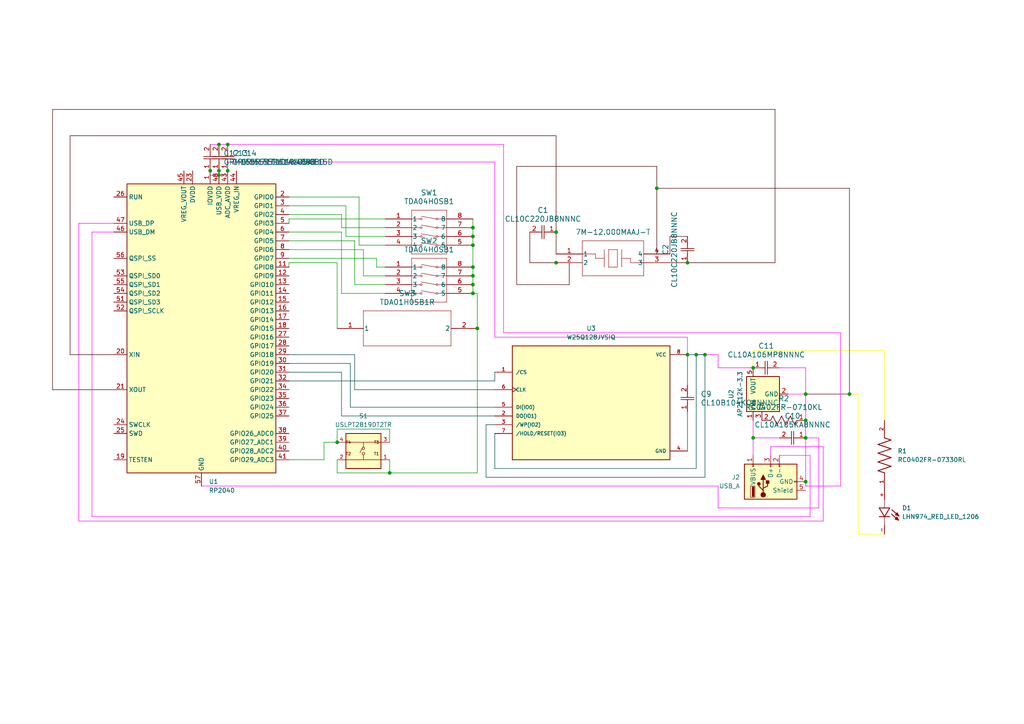
<source format=kicad_sch>
(kicad_sch
	(version 20250114)
	(generator "eeschema")
	(generator_version "9.0")
	(uuid "3e72f694-7e8b-4003-927e-6e07691cc3e7")
	(paper "A4")
	(lib_symbols
		(symbol "2025-04-18_06-32-44:TDA04H0SB1"
			(pin_names
				(offset 0.254)
			)
			(exclude_from_sim no)
			(in_bom yes)
			(on_board yes)
			(property "Reference" "SW"
				(at 12.7 7.62 0)
				(effects
					(font
						(size 1.524 1.524)
					)
				)
			)
			(property "Value" "TDA04H0SB1"
				(at 12.7 5.08 0)
				(effects
					(font
						(size 1.524 1.524)
					)
				)
			)
			(property "Footprint" "TDA04H0SB1_CNK"
				(at 0 0 0)
				(effects
					(font
						(size 1.27 1.27)
						(italic yes)
					)
					(hide yes)
				)
			)
			(property "Datasheet" "TDA04H0SB1"
				(at 0 0 0)
				(effects
					(font
						(size 1.27 1.27)
						(italic yes)
					)
					(hide yes)
				)
			)
			(property "Description" ""
				(at 0 0 0)
				(effects
					(font
						(size 1.27 1.27)
					)
					(hide yes)
				)
			)
			(property "ki_locked" ""
				(at 0 0 0)
				(effects
					(font
						(size 1.27 1.27)
					)
				)
			)
			(property "ki_keywords" "TDA04H0SB1"
				(at 0 0 0)
				(effects
					(font
						(size 1.27 1.27)
					)
					(hide yes)
				)
			)
			(property "ki_fp_filters" "TDA04H0SB1_CNK TDA04H0SB1_CNK-M TDA04H0SB1_CNK-L"
				(at 0 0 0)
				(effects
					(font
						(size 1.27 1.27)
					)
					(hide yes)
				)
			)
			(symbol "TDA04H0SB1_0_1"
				(polyline
					(pts
						(xy 7.62 2.54) (xy 7.62 -10.16)
					)
					(stroke
						(width 0.127)
						(type default)
					)
					(fill
						(type none)
					)
				)
				(polyline
					(pts
						(xy 7.62 0) (xy 10.16 0)
					)
					(stroke
						(width 0.127)
						(type default)
					)
					(fill
						(type none)
					)
				)
				(polyline
					(pts
						(xy 7.62 -2.54) (xy 10.16 -2.54)
					)
					(stroke
						(width 0.127)
						(type default)
					)
					(fill
						(type none)
					)
				)
				(polyline
					(pts
						(xy 7.62 -5.08) (xy 10.16 -5.08)
					)
					(stroke
						(width 0.127)
						(type default)
					)
					(fill
						(type none)
					)
				)
				(polyline
					(pts
						(xy 7.62 -7.62) (xy 10.16 -7.62)
					)
					(stroke
						(width 0.127)
						(type default)
					)
					(fill
						(type none)
					)
				)
				(polyline
					(pts
						(xy 7.62 -10.16) (xy 17.78 -10.16)
					)
					(stroke
						(width 0.127)
						(type default)
					)
					(fill
						(type none)
					)
				)
				(circle
					(center 10.414 0)
					(radius 0.254)
					(stroke
						(width 0.127)
						(type default)
					)
					(fill
						(type none)
					)
				)
				(circle
					(center 10.414 -2.54)
					(radius 0.254)
					(stroke
						(width 0.127)
						(type default)
					)
					(fill
						(type none)
					)
				)
				(circle
					(center 10.414 -5.08)
					(radius 0.254)
					(stroke
						(width 0.127)
						(type default)
					)
					(fill
						(type none)
					)
				)
				(circle
					(center 10.414 -7.62)
					(radius 0.254)
					(stroke
						(width 0.127)
						(type default)
					)
					(fill
						(type none)
					)
				)
				(polyline
					(pts
						(xy 14.732 0) (xy 10.414 0.762)
					)
					(stroke
						(width 0.127)
						(type default)
					)
					(fill
						(type none)
					)
				)
				(polyline
					(pts
						(xy 14.732 -2.54) (xy 10.414 -1.778)
					)
					(stroke
						(width 0.127)
						(type default)
					)
					(fill
						(type none)
					)
				)
				(polyline
					(pts
						(xy 14.732 -5.08) (xy 10.414 -4.318)
					)
					(stroke
						(width 0.127)
						(type default)
					)
					(fill
						(type none)
					)
				)
				(polyline
					(pts
						(xy 14.732 -7.62) (xy 10.414 -6.858)
					)
					(stroke
						(width 0.127)
						(type default)
					)
					(fill
						(type none)
					)
				)
				(circle
					(center 14.986 0)
					(radius 0.254)
					(stroke
						(width 0.127)
						(type default)
					)
					(fill
						(type none)
					)
				)
				(circle
					(center 14.986 -2.54)
					(radius 0.254)
					(stroke
						(width 0.127)
						(type default)
					)
					(fill
						(type none)
					)
				)
				(circle
					(center 14.986 -5.08)
					(radius 0.254)
					(stroke
						(width 0.127)
						(type default)
					)
					(fill
						(type none)
					)
				)
				(circle
					(center 14.986 -7.62)
					(radius 0.254)
					(stroke
						(width 0.127)
						(type default)
					)
					(fill
						(type none)
					)
				)
				(polyline
					(pts
						(xy 15.24 0) (xy 17.78 0)
					)
					(stroke
						(width 0.127)
						(type default)
					)
					(fill
						(type none)
					)
				)
				(polyline
					(pts
						(xy 15.24 -2.54) (xy 17.78 -2.54)
					)
					(stroke
						(width 0.127)
						(type default)
					)
					(fill
						(type none)
					)
				)
				(polyline
					(pts
						(xy 15.24 -5.08) (xy 17.78 -5.08)
					)
					(stroke
						(width 0.127)
						(type default)
					)
					(fill
						(type none)
					)
				)
				(polyline
					(pts
						(xy 15.24 -7.62) (xy 17.78 -7.62)
					)
					(stroke
						(width 0.127)
						(type default)
					)
					(fill
						(type none)
					)
				)
				(polyline
					(pts
						(xy 17.78 2.54) (xy 7.62 2.54)
					)
					(stroke
						(width 0.127)
						(type default)
					)
					(fill
						(type none)
					)
				)
				(polyline
					(pts
						(xy 17.78 -10.16) (xy 17.78 2.54)
					)
					(stroke
						(width 0.127)
						(type default)
					)
					(fill
						(type none)
					)
				)
				(pin unspecified line
					(at 0 0 0)
					(length 7.62)
					(name "1"
						(effects
							(font
								(size 1.27 1.27)
							)
						)
					)
					(number "1"
						(effects
							(font
								(size 1.27 1.27)
							)
						)
					)
				)
				(pin unspecified line
					(at 0 -2.54 0)
					(length 7.62)
					(name "2"
						(effects
							(font
								(size 1.27 1.27)
							)
						)
					)
					(number "2"
						(effects
							(font
								(size 1.27 1.27)
							)
						)
					)
				)
				(pin unspecified line
					(at 0 -5.08 0)
					(length 7.62)
					(name "3"
						(effects
							(font
								(size 1.27 1.27)
							)
						)
					)
					(number "3"
						(effects
							(font
								(size 1.27 1.27)
							)
						)
					)
				)
				(pin unspecified line
					(at 0 -7.62 0)
					(length 7.62)
					(name "4"
						(effects
							(font
								(size 1.27 1.27)
							)
						)
					)
					(number "4"
						(effects
							(font
								(size 1.27 1.27)
							)
						)
					)
				)
				(pin unspecified line
					(at 25.4 0 180)
					(length 7.62)
					(name "8"
						(effects
							(font
								(size 1.27 1.27)
							)
						)
					)
					(number "8"
						(effects
							(font
								(size 1.27 1.27)
							)
						)
					)
				)
				(pin unspecified line
					(at 25.4 -2.54 180)
					(length 7.62)
					(name "7"
						(effects
							(font
								(size 1.27 1.27)
							)
						)
					)
					(number "7"
						(effects
							(font
								(size 1.27 1.27)
							)
						)
					)
				)
				(pin unspecified line
					(at 25.4 -5.08 180)
					(length 7.62)
					(name "6"
						(effects
							(font
								(size 1.27 1.27)
							)
						)
					)
					(number "6"
						(effects
							(font
								(size 1.27 1.27)
							)
						)
					)
				)
				(pin unspecified line
					(at 25.4 -7.62 180)
					(length 7.62)
					(name "5"
						(effects
							(font
								(size 1.27 1.27)
							)
						)
					)
					(number "5"
						(effects
							(font
								(size 1.27 1.27)
							)
						)
					)
				)
			)
			(embedded_fonts no)
		)
		(symbol "2025-04-18_06-40-25:TDA01H0SB1R"
			(pin_names
				(offset 0.254)
			)
			(exclude_from_sim no)
			(in_bom yes)
			(on_board yes)
			(property "Reference" "U"
				(at 20.32 10.16 0)
				(effects
					(font
						(size 1.524 1.524)
					)
				)
			)
			(property "Value" "TDA01H0SB1R"
				(at 20.32 7.62 0)
				(effects
					(font
						(size 1.524 1.524)
					)
				)
			)
			(property "Footprint" "SWITCH_0SB1R"
				(at 0 0 0)
				(effects
					(font
						(size 1.27 1.27)
						(italic yes)
					)
					(hide yes)
				)
			)
			(property "Datasheet" "TDA01H0SB1R"
				(at 0 0 0)
				(effects
					(font
						(size 1.27 1.27)
						(italic yes)
					)
					(hide yes)
				)
			)
			(property "Description" ""
				(at 0 0 0)
				(effects
					(font
						(size 1.27 1.27)
					)
					(hide yes)
				)
			)
			(property "ki_locked" ""
				(at 0 0 0)
				(effects
					(font
						(size 1.27 1.27)
					)
				)
			)
			(property "ki_keywords" "TDA01H0SB1R"
				(at 0 0 0)
				(effects
					(font
						(size 1.27 1.27)
					)
					(hide yes)
				)
			)
			(property "ki_fp_filters" "SWITCH_0SB1R SWITCH_0SB1R-M SWITCH_0SB1R-L"
				(at 0 0 0)
				(effects
					(font
						(size 1.27 1.27)
					)
					(hide yes)
				)
			)
			(symbol "TDA01H0SB1R_0_1"
				(polyline
					(pts
						(xy 7.62 5.08) (xy 7.62 -5.08)
					)
					(stroke
						(width 0.127)
						(type default)
					)
					(fill
						(type none)
					)
				)
				(polyline
					(pts
						(xy 7.62 -5.08) (xy 33.02 -5.08)
					)
					(stroke
						(width 0.127)
						(type default)
					)
					(fill
						(type none)
					)
				)
				(polyline
					(pts
						(xy 33.02 5.08) (xy 7.62 5.08)
					)
					(stroke
						(width 0.127)
						(type default)
					)
					(fill
						(type none)
					)
				)
				(polyline
					(pts
						(xy 33.02 -5.08) (xy 33.02 5.08)
					)
					(stroke
						(width 0.127)
						(type default)
					)
					(fill
						(type none)
					)
				)
				(pin unspecified line
					(at 0 0 0)
					(length 7.62)
					(name "1"
						(effects
							(font
								(size 1.27 1.27)
							)
						)
					)
					(number "1"
						(effects
							(font
								(size 1.27 1.27)
							)
						)
					)
				)
				(pin unspecified line
					(at 40.64 0 180)
					(length 7.62)
					(name "2"
						(effects
							(font
								(size 1.27 1.27)
							)
						)
					)
					(number "2"
						(effects
							(font
								(size 1.27 1.27)
							)
						)
					)
				)
			)
			(embedded_fonts no)
		)
		(symbol "2025-04-18_08-15-11:7M-12.000MAAJ-T"
			(pin_names
				(offset 0.254)
			)
			(exclude_from_sim no)
			(in_bom yes)
			(on_board yes)
			(property "Reference" "CR"
				(at 16.51 11.43 0)
				(effects
					(font
						(size 1.524 1.524)
					)
				)
			)
			(property "Value" "7M-12.000MAAJ-T"
				(at 16.51 8.89 0)
				(effects
					(font
						(size 1.524 1.524)
					)
				)
			)
			(property "Footprint" "CRYSTAL_TXC_7M"
				(at 0 0 0)
				(effects
					(font
						(size 1.27 1.27)
						(italic yes)
					)
					(hide yes)
				)
			)
			(property "Datasheet" "7M-12.000MAAJ-T"
				(at 0 0 0)
				(effects
					(font
						(size 1.27 1.27)
						(italic yes)
					)
					(hide yes)
				)
			)
			(property "Description" ""
				(at 0 0 0)
				(effects
					(font
						(size 1.27 1.27)
					)
					(hide yes)
				)
			)
			(property "ki_locked" ""
				(at 0 0 0)
				(effects
					(font
						(size 1.27 1.27)
					)
				)
			)
			(property "ki_keywords" "7M-12.000MAAJ-T"
				(at 0 0 0)
				(effects
					(font
						(size 1.27 1.27)
					)
					(hide yes)
				)
			)
			(property "ki_fp_filters" "CRYSTAL_TXC_7M"
				(at 0 0 0)
				(effects
					(font
						(size 1.27 1.27)
					)
					(hide yes)
				)
			)
			(symbol "7M-12.000MAAJ-T_0_1"
				(polyline
					(pts
						(xy 7.62 3.81) (xy 7.62 -6.35)
					)
					(stroke
						(width 0.127)
						(type default)
					)
					(fill
						(type none)
					)
				)
				(polyline
					(pts
						(xy 7.62 -6.35) (xy 25.4 -6.35)
					)
					(stroke
						(width 0.127)
						(type default)
					)
					(fill
						(type none)
					)
				)
				(polyline
					(pts
						(xy 11.43 0) (xy 7.62 0)
					)
					(stroke
						(width 0.127)
						(type default)
					)
					(fill
						(type none)
					)
				)
				(polyline
					(pts
						(xy 11.43 -1.27) (xy 11.43 0)
					)
					(stroke
						(width 0.127)
						(type default)
					)
					(fill
						(type none)
					)
				)
				(polyline
					(pts
						(xy 13.97 1.27) (xy 13.97 -3.81)
					)
					(stroke
						(width 0.127)
						(type default)
					)
					(fill
						(type none)
					)
				)
				(polyline
					(pts
						(xy 13.97 -1.27) (xy 11.43 -1.27)
					)
					(stroke
						(width 0.127)
						(type default)
					)
					(fill
						(type none)
					)
				)
				(polyline
					(pts
						(xy 15.24 1.27) (xy 15.24 -3.81)
					)
					(stroke
						(width 0.127)
						(type default)
					)
					(fill
						(type none)
					)
				)
				(polyline
					(pts
						(xy 15.24 -3.81) (xy 17.78 -3.81)
					)
					(stroke
						(width 0.127)
						(type default)
					)
					(fill
						(type none)
					)
				)
				(polyline
					(pts
						(xy 17.78 1.27) (xy 15.24 1.27)
					)
					(stroke
						(width 0.127)
						(type default)
					)
					(fill
						(type none)
					)
				)
				(polyline
					(pts
						(xy 17.78 -3.81) (xy 17.78 1.27)
					)
					(stroke
						(width 0.127)
						(type default)
					)
					(fill
						(type none)
					)
				)
				(polyline
					(pts
						(xy 19.05 1.27) (xy 19.05 -3.81)
					)
					(stroke
						(width 0.127)
						(type default)
					)
					(fill
						(type none)
					)
				)
				(polyline
					(pts
						(xy 19.05 -1.27) (xy 21.59 -1.27)
					)
					(stroke
						(width 0.127)
						(type default)
					)
					(fill
						(type none)
					)
				)
				(polyline
					(pts
						(xy 21.59 -1.27) (xy 21.59 -2.54)
					)
					(stroke
						(width 0.127)
						(type default)
					)
					(fill
						(type none)
					)
				)
				(polyline
					(pts
						(xy 21.59 -2.54) (xy 25.4 -2.54)
					)
					(stroke
						(width 0.127)
						(type default)
					)
					(fill
						(type none)
					)
				)
				(polyline
					(pts
						(xy 25.4 3.81) (xy 7.62 3.81)
					)
					(stroke
						(width 0.127)
						(type default)
					)
					(fill
						(type none)
					)
				)
				(polyline
					(pts
						(xy 25.4 -6.35) (xy 25.4 3.81)
					)
					(stroke
						(width 0.127)
						(type default)
					)
					(fill
						(type none)
					)
				)
				(pin unspecified line
					(at 0 0 0)
					(length 7.62)
					(name "1"
						(effects
							(font
								(size 1.27 1.27)
							)
						)
					)
					(number "1"
						(effects
							(font
								(size 1.27 1.27)
							)
						)
					)
				)
				(pin unspecified line
					(at 0 -2.54 0)
					(length 7.62)
					(name "2"
						(effects
							(font
								(size 1.27 1.27)
							)
						)
					)
					(number "2"
						(effects
							(font
								(size 1.27 1.27)
							)
						)
					)
				)
				(pin unspecified line
					(at 33.02 0 180)
					(length 7.62)
					(name "4"
						(effects
							(font
								(size 1.27 1.27)
							)
						)
					)
					(number "4"
						(effects
							(font
								(size 1.27 1.27)
							)
						)
					)
				)
				(pin unspecified line
					(at 33.02 -2.54 180)
					(length 7.62)
					(name "3"
						(effects
							(font
								(size 1.27 1.27)
							)
						)
					)
					(number "3"
						(effects
							(font
								(size 1.27 1.27)
							)
						)
					)
				)
			)
			(embedded_fonts no)
		)
		(symbol "2025-04-18_08-28-11:CL10C220JB8NNNC"
			(pin_names
				(offset 0.254)
			)
			(exclude_from_sim no)
			(in_bom yes)
			(on_board yes)
			(property "Reference" "C"
				(at 3.81 3.81 0)
				(effects
					(font
						(size 1.524 1.524)
					)
				)
			)
			(property "Value" "CL10C220JB8NNNC"
				(at 3.81 -3.81 0)
				(effects
					(font
						(size 1.524 1.524)
					)
				)
			)
			(property "Footprint" "CAP_CL10_SAM"
				(at 0 0 0)
				(effects
					(font
						(size 1.27 1.27)
						(italic yes)
					)
					(hide yes)
				)
			)
			(property "Datasheet" "CL10C220JB8NNNC"
				(at 0 0 0)
				(effects
					(font
						(size 1.27 1.27)
						(italic yes)
					)
					(hide yes)
				)
			)
			(property "Description" ""
				(at 0 0 0)
				(effects
					(font
						(size 1.27 1.27)
					)
					(hide yes)
				)
			)
			(property "ki_locked" ""
				(at 0 0 0)
				(effects
					(font
						(size 1.27 1.27)
					)
				)
			)
			(property "ki_keywords" "CL10C220JB8NNNC"
				(at 0 0 0)
				(effects
					(font
						(size 1.27 1.27)
					)
					(hide yes)
				)
			)
			(property "ki_fp_filters" "CAP_CL10_SAM CAP_CL10_SAM-M CAP_CL10_SAM-L"
				(at 0 0 0)
				(effects
					(font
						(size 1.27 1.27)
					)
					(hide yes)
				)
			)
			(symbol "CL10C220JB8NNNC_1_1"
				(polyline
					(pts
						(xy 2.54 0) (xy 3.4798 0)
					)
					(stroke
						(width 0.2032)
						(type default)
					)
					(fill
						(type none)
					)
				)
				(polyline
					(pts
						(xy 3.4798 -1.905) (xy 3.4798 1.905)
					)
					(stroke
						(width 0.2032)
						(type default)
					)
					(fill
						(type none)
					)
				)
				(polyline
					(pts
						(xy 4.1148 0) (xy 5.08 0)
					)
					(stroke
						(width 0.2032)
						(type default)
					)
					(fill
						(type none)
					)
				)
				(polyline
					(pts
						(xy 4.1148 -1.905) (xy 4.1148 1.905)
					)
					(stroke
						(width 0.2032)
						(type default)
					)
					(fill
						(type none)
					)
				)
				(pin unspecified line
					(at 0 0 0)
					(length 2.54)
					(name ""
						(effects
							(font
								(size 1.27 1.27)
							)
						)
					)
					(number "1"
						(effects
							(font
								(size 1.27 1.27)
							)
						)
					)
				)
				(pin unspecified line
					(at 7.62 0 180)
					(length 2.54)
					(name ""
						(effects
							(font
								(size 1.27 1.27)
							)
						)
					)
					(number "2"
						(effects
							(font
								(size 1.27 1.27)
							)
						)
					)
				)
			)
			(symbol "CL10C220JB8NNNC_1_2"
				(polyline
					(pts
						(xy -1.905 -3.4798) (xy 1.905 -3.4798)
					)
					(stroke
						(width 0.2032)
						(type default)
					)
					(fill
						(type none)
					)
				)
				(polyline
					(pts
						(xy -1.905 -4.1148) (xy 1.905 -4.1148)
					)
					(stroke
						(width 0.2032)
						(type default)
					)
					(fill
						(type none)
					)
				)
				(polyline
					(pts
						(xy 0 -2.54) (xy 0 -3.4798)
					)
					(stroke
						(width 0.2032)
						(type default)
					)
					(fill
						(type none)
					)
				)
				(polyline
					(pts
						(xy 0 -4.1148) (xy 0 -5.08)
					)
					(stroke
						(width 0.2032)
						(type default)
					)
					(fill
						(type none)
					)
				)
				(pin unspecified line
					(at 0 0 270)
					(length 2.54)
					(name ""
						(effects
							(font
								(size 1.27 1.27)
							)
						)
					)
					(number "1"
						(effects
							(font
								(size 1.27 1.27)
							)
						)
					)
				)
				(pin unspecified line
					(at 0 -7.62 90)
					(length 2.54)
					(name ""
						(effects
							(font
								(size 1.27 1.27)
							)
						)
					)
					(number "2"
						(effects
							(font
								(size 1.27 1.27)
							)
						)
					)
				)
			)
			(embedded_fonts no)
		)
		(symbol "2025-04-18_20-19-28:CL10B104KO8NNNC"
			(pin_names
				(offset 0.254)
			)
			(exclude_from_sim no)
			(in_bom yes)
			(on_board yes)
			(property "Reference" "C"
				(at 3.81 3.81 0)
				(effects
					(font
						(size 1.524 1.524)
					)
				)
			)
			(property "Value" "CL10B104KO8NNNC"
				(at 3.81 -3.81 0)
				(effects
					(font
						(size 1.524 1.524)
					)
				)
			)
			(property "Footprint" "CAP_CL10_SAM"
				(at 0 0 0)
				(effects
					(font
						(size 1.27 1.27)
						(italic yes)
					)
					(hide yes)
				)
			)
			(property "Datasheet" "CL10B104KO8NNNC"
				(at 0 0 0)
				(effects
					(font
						(size 1.27 1.27)
						(italic yes)
					)
					(hide yes)
				)
			)
			(property "Description" ""
				(at 0 0 0)
				(effects
					(font
						(size 1.27 1.27)
					)
					(hide yes)
				)
			)
			(property "ki_locked" ""
				(at 0 0 0)
				(effects
					(font
						(size 1.27 1.27)
					)
				)
			)
			(property "ki_keywords" "CL10B104KO8NNNC"
				(at 0 0 0)
				(effects
					(font
						(size 1.27 1.27)
					)
					(hide yes)
				)
			)
			(property "ki_fp_filters" "CAP_CL10_SAM CAP_CL10_SAM-M CAP_CL10_SAM-L"
				(at 0 0 0)
				(effects
					(font
						(size 1.27 1.27)
					)
					(hide yes)
				)
			)
			(symbol "CL10B104KO8NNNC_1_1"
				(polyline
					(pts
						(xy 2.54 0) (xy 3.4798 0)
					)
					(stroke
						(width 0.2032)
						(type default)
					)
					(fill
						(type none)
					)
				)
				(polyline
					(pts
						(xy 3.4798 -1.905) (xy 3.4798 1.905)
					)
					(stroke
						(width 0.2032)
						(type default)
					)
					(fill
						(type none)
					)
				)
				(polyline
					(pts
						(xy 4.1148 0) (xy 5.08 0)
					)
					(stroke
						(width 0.2032)
						(type default)
					)
					(fill
						(type none)
					)
				)
				(polyline
					(pts
						(xy 4.1148 -1.905) (xy 4.1148 1.905)
					)
					(stroke
						(width 0.2032)
						(type default)
					)
					(fill
						(type none)
					)
				)
				(pin unspecified line
					(at 0 0 0)
					(length 2.54)
					(name ""
						(effects
							(font
								(size 1.27 1.27)
							)
						)
					)
					(number "1"
						(effects
							(font
								(size 1.27 1.27)
							)
						)
					)
				)
				(pin unspecified line
					(at 7.62 0 180)
					(length 2.54)
					(name ""
						(effects
							(font
								(size 1.27 1.27)
							)
						)
					)
					(number "2"
						(effects
							(font
								(size 1.27 1.27)
							)
						)
					)
				)
			)
			(symbol "CL10B104KO8NNNC_1_2"
				(polyline
					(pts
						(xy -1.905 -3.4798) (xy 1.905 -3.4798)
					)
					(stroke
						(width 0.2032)
						(type default)
					)
					(fill
						(type none)
					)
				)
				(polyline
					(pts
						(xy -1.905 -4.1148) (xy 1.905 -4.1148)
					)
					(stroke
						(width 0.2032)
						(type default)
					)
					(fill
						(type none)
					)
				)
				(polyline
					(pts
						(xy 0 -2.54) (xy 0 -3.4798)
					)
					(stroke
						(width 0.2032)
						(type default)
					)
					(fill
						(type none)
					)
				)
				(polyline
					(pts
						(xy 0 -4.1148) (xy 0 -5.08)
					)
					(stroke
						(width 0.2032)
						(type default)
					)
					(fill
						(type none)
					)
				)
				(pin unspecified line
					(at 0 0 270)
					(length 2.54)
					(name ""
						(effects
							(font
								(size 1.27 1.27)
							)
						)
					)
					(number "1"
						(effects
							(font
								(size 1.27 1.27)
							)
						)
					)
				)
				(pin unspecified line
					(at 0 -7.62 90)
					(length 2.54)
					(name ""
						(effects
							(font
								(size 1.27 1.27)
							)
						)
					)
					(number "2"
						(effects
							(font
								(size 1.27 1.27)
							)
						)
					)
				)
			)
			(embedded_fonts no)
		)
		(symbol "2025-04-19_07-29-16:CL10A105KA8NNNC"
			(pin_names
				(offset 0.254)
			)
			(exclude_from_sim no)
			(in_bom yes)
			(on_board yes)
			(property "Reference" "C"
				(at 3.81 3.81 0)
				(effects
					(font
						(size 1.524 1.524)
					)
				)
			)
			(property "Value" "CL10A105KA8NNNC"
				(at 3.81 -3.81 0)
				(effects
					(font
						(size 1.524 1.524)
					)
				)
			)
			(property "Footprint" "CAP_CL10_SAM"
				(at 0 0 0)
				(effects
					(font
						(size 1.27 1.27)
						(italic yes)
					)
					(hide yes)
				)
			)
			(property "Datasheet" "CL10A105KA8NNNC"
				(at 0 0 0)
				(effects
					(font
						(size 1.27 1.27)
						(italic yes)
					)
					(hide yes)
				)
			)
			(property "Description" ""
				(at 0 0 0)
				(effects
					(font
						(size 1.27 1.27)
					)
					(hide yes)
				)
			)
			(property "ki_locked" ""
				(at 0 0 0)
				(effects
					(font
						(size 1.27 1.27)
					)
				)
			)
			(property "ki_keywords" "CL10A105KA8NNNC"
				(at 0 0 0)
				(effects
					(font
						(size 1.27 1.27)
					)
					(hide yes)
				)
			)
			(property "ki_fp_filters" "CAP_CL10_SAM CAP_CL10_SAM-M CAP_CL10_SAM-L"
				(at 0 0 0)
				(effects
					(font
						(size 1.27 1.27)
					)
					(hide yes)
				)
			)
			(symbol "CL10A105KA8NNNC_1_1"
				(polyline
					(pts
						(xy 2.54 0) (xy 3.4798 0)
					)
					(stroke
						(width 0.2032)
						(type default)
					)
					(fill
						(type none)
					)
				)
				(polyline
					(pts
						(xy 3.4798 -1.905) (xy 3.4798 1.905)
					)
					(stroke
						(width 0.2032)
						(type default)
					)
					(fill
						(type none)
					)
				)
				(polyline
					(pts
						(xy 4.1148 0) (xy 5.08 0)
					)
					(stroke
						(width 0.2032)
						(type default)
					)
					(fill
						(type none)
					)
				)
				(polyline
					(pts
						(xy 4.1148 -1.905) (xy 4.1148 1.905)
					)
					(stroke
						(width 0.2032)
						(type default)
					)
					(fill
						(type none)
					)
				)
				(pin unspecified line
					(at 0 0 0)
					(length 2.54)
					(name ""
						(effects
							(font
								(size 1.27 1.27)
							)
						)
					)
					(number "1"
						(effects
							(font
								(size 1.27 1.27)
							)
						)
					)
				)
				(pin unspecified line
					(at 7.62 0 180)
					(length 2.54)
					(name ""
						(effects
							(font
								(size 1.27 1.27)
							)
						)
					)
					(number "2"
						(effects
							(font
								(size 1.27 1.27)
							)
						)
					)
				)
			)
			(symbol "CL10A105KA8NNNC_1_2"
				(polyline
					(pts
						(xy -1.905 -3.4798) (xy 1.905 -3.4798)
					)
					(stroke
						(width 0.2032)
						(type default)
					)
					(fill
						(type none)
					)
				)
				(polyline
					(pts
						(xy -1.905 -4.1148) (xy 1.905 -4.1148)
					)
					(stroke
						(width 0.2032)
						(type default)
					)
					(fill
						(type none)
					)
				)
				(polyline
					(pts
						(xy 0 -2.54) (xy 0 -3.4798)
					)
					(stroke
						(width 0.2032)
						(type default)
					)
					(fill
						(type none)
					)
				)
				(polyline
					(pts
						(xy 0 -4.1148) (xy 0 -5.08)
					)
					(stroke
						(width 0.2032)
						(type default)
					)
					(fill
						(type none)
					)
				)
				(pin unspecified line
					(at 0 0 270)
					(length 2.54)
					(name ""
						(effects
							(font
								(size 1.27 1.27)
							)
						)
					)
					(number "1"
						(effects
							(font
								(size 1.27 1.27)
							)
						)
					)
				)
				(pin unspecified line
					(at 0 -7.62 90)
					(length 2.54)
					(name ""
						(effects
							(font
								(size 1.27 1.27)
							)
						)
					)
					(number "2"
						(effects
							(font
								(size 1.27 1.27)
							)
						)
					)
				)
			)
			(embedded_fonts no)
		)
		(symbol "2025-04-19_07-40-00:CL10A106MP8NNNC"
			(pin_names
				(offset 0.254)
			)
			(exclude_from_sim no)
			(in_bom yes)
			(on_board yes)
			(property "Reference" "C"
				(at 3.81 3.81 0)
				(effects
					(font
						(size 1.524 1.524)
					)
				)
			)
			(property "Value" "CL10A106MP8NNNC"
				(at 3.81 -3.81 0)
				(effects
					(font
						(size 1.524 1.524)
					)
				)
			)
			(property "Footprint" "CAP_CL10_SAM"
				(at 0 0 0)
				(effects
					(font
						(size 1.27 1.27)
						(italic yes)
					)
					(hide yes)
				)
			)
			(property "Datasheet" "CL10A106MP8NNNC"
				(at 0 0 0)
				(effects
					(font
						(size 1.27 1.27)
						(italic yes)
					)
					(hide yes)
				)
			)
			(property "Description" ""
				(at 0 0 0)
				(effects
					(font
						(size 1.27 1.27)
					)
					(hide yes)
				)
			)
			(property "ki_locked" ""
				(at 0 0 0)
				(effects
					(font
						(size 1.27 1.27)
					)
				)
			)
			(property "ki_keywords" "CL10A106MP8NNNC"
				(at 0 0 0)
				(effects
					(font
						(size 1.27 1.27)
					)
					(hide yes)
				)
			)
			(property "ki_fp_filters" "CAP_CL10_SAM CAP_CL10_SAM-M CAP_CL10_SAM-L"
				(at 0 0 0)
				(effects
					(font
						(size 1.27 1.27)
					)
					(hide yes)
				)
			)
			(symbol "CL10A106MP8NNNC_1_1"
				(polyline
					(pts
						(xy 2.54 0) (xy 3.4798 0)
					)
					(stroke
						(width 0.2032)
						(type default)
					)
					(fill
						(type none)
					)
				)
				(polyline
					(pts
						(xy 3.4798 -1.905) (xy 3.4798 1.905)
					)
					(stroke
						(width 0.2032)
						(type default)
					)
					(fill
						(type none)
					)
				)
				(polyline
					(pts
						(xy 4.1148 0) (xy 5.08 0)
					)
					(stroke
						(width 0.2032)
						(type default)
					)
					(fill
						(type none)
					)
				)
				(polyline
					(pts
						(xy 4.1148 -1.905) (xy 4.1148 1.905)
					)
					(stroke
						(width 0.2032)
						(type default)
					)
					(fill
						(type none)
					)
				)
				(pin unspecified line
					(at 0 0 0)
					(length 2.54)
					(name ""
						(effects
							(font
								(size 1.27 1.27)
							)
						)
					)
					(number "1"
						(effects
							(font
								(size 1.27 1.27)
							)
						)
					)
				)
				(pin unspecified line
					(at 7.62 0 180)
					(length 2.54)
					(name ""
						(effects
							(font
								(size 1.27 1.27)
							)
						)
					)
					(number "2"
						(effects
							(font
								(size 1.27 1.27)
							)
						)
					)
				)
			)
			(symbol "CL10A106MP8NNNC_1_2"
				(polyline
					(pts
						(xy -1.905 -3.4798) (xy 1.905 -3.4798)
					)
					(stroke
						(width 0.2032)
						(type default)
					)
					(fill
						(type none)
					)
				)
				(polyline
					(pts
						(xy -1.905 -4.1148) (xy 1.905 -4.1148)
					)
					(stroke
						(width 0.2032)
						(type default)
					)
					(fill
						(type none)
					)
				)
				(polyline
					(pts
						(xy 0 -2.54) (xy 0 -3.4798)
					)
					(stroke
						(width 0.2032)
						(type default)
					)
					(fill
						(type none)
					)
				)
				(polyline
					(pts
						(xy 0 -4.1148) (xy 0 -5.08)
					)
					(stroke
						(width 0.2032)
						(type default)
					)
					(fill
						(type none)
					)
				)
				(pin unspecified line
					(at 0 0 270)
					(length 2.54)
					(name ""
						(effects
							(font
								(size 1.27 1.27)
							)
						)
					)
					(number "1"
						(effects
							(font
								(size 1.27 1.27)
							)
						)
					)
				)
				(pin unspecified line
					(at 0 -7.62 90)
					(length 2.54)
					(name ""
						(effects
							(font
								(size 1.27 1.27)
							)
						)
					)
					(number "2"
						(effects
							(font
								(size 1.27 1.27)
							)
						)
					)
				)
			)
			(embedded_fonts no)
		)
		(symbol "2025-04-19_07-54-33:RC0402FR-0710KL"
			(pin_names
				(offset 0.254)
			)
			(exclude_from_sim no)
			(in_bom yes)
			(on_board yes)
			(property "Reference" "R"
				(at 5.715 3.81 0)
				(effects
					(font
						(size 1.524 1.524)
					)
				)
			)
			(property "Value" "RC0402FR-0710KL"
				(at 6.35 -3.81 0)
				(effects
					(font
						(size 1.524 1.524)
					)
				)
			)
			(property "Footprint" "RC0402N_YAG"
				(at 0 0 0)
				(effects
					(font
						(size 1.27 1.27)
						(italic yes)
					)
					(hide yes)
				)
			)
			(property "Datasheet" "RC0402FR-0710KL"
				(at 0 0 0)
				(effects
					(font
						(size 1.27 1.27)
						(italic yes)
					)
					(hide yes)
				)
			)
			(property "Description" ""
				(at 0 0 0)
				(effects
					(font
						(size 1.27 1.27)
					)
					(hide yes)
				)
			)
			(property "ki_locked" ""
				(at 0 0 0)
				(effects
					(font
						(size 1.27 1.27)
					)
				)
			)
			(property "ki_keywords" "RC0402FR-0710KL"
				(at 0 0 0)
				(effects
					(font
						(size 1.27 1.27)
					)
					(hide yes)
				)
			)
			(property "ki_fp_filters" "RC0402N_YAG RC0402N_YAG-M RC0402N_YAG-L"
				(at 0 0 0)
				(effects
					(font
						(size 1.27 1.27)
					)
					(hide yes)
				)
			)
			(symbol "RC0402FR-0710KL_1_1"
				(polyline
					(pts
						(xy 2.54 0) (xy 3.175 1.27)
					)
					(stroke
						(width 0.2032)
						(type default)
					)
					(fill
						(type none)
					)
				)
				(polyline
					(pts
						(xy 3.175 1.27) (xy 4.445 -1.27)
					)
					(stroke
						(width 0.2032)
						(type default)
					)
					(fill
						(type none)
					)
				)
				(polyline
					(pts
						(xy 4.445 -1.27) (xy 5.715 1.27)
					)
					(stroke
						(width 0.2032)
						(type default)
					)
					(fill
						(type none)
					)
				)
				(polyline
					(pts
						(xy 5.715 1.27) (xy 6.985 -1.27)
					)
					(stroke
						(width 0.2032)
						(type default)
					)
					(fill
						(type none)
					)
				)
				(polyline
					(pts
						(xy 6.985 -1.27) (xy 8.255 1.27)
					)
					(stroke
						(width 0.2032)
						(type default)
					)
					(fill
						(type none)
					)
				)
				(polyline
					(pts
						(xy 8.255 1.27) (xy 9.525 -1.27)
					)
					(stroke
						(width 0.2032)
						(type default)
					)
					(fill
						(type none)
					)
				)
				(polyline
					(pts
						(xy 9.525 -1.27) (xy 10.16 0)
					)
					(stroke
						(width 0.2032)
						(type default)
					)
					(fill
						(type none)
					)
				)
				(pin unspecified line
					(at 0 0 0)
					(length 2.54)
					(name ""
						(effects
							(font
								(size 1.27 1.27)
							)
						)
					)
					(number "2"
						(effects
							(font
								(size 1.27 1.27)
							)
						)
					)
				)
				(pin unspecified line
					(at 12.7 0 180)
					(length 2.54)
					(name ""
						(effects
							(font
								(size 1.27 1.27)
							)
						)
					)
					(number "1"
						(effects
							(font
								(size 1.27 1.27)
							)
						)
					)
				)
			)
			(symbol "RC0402FR-0710KL_1_2"
				(polyline
					(pts
						(xy -1.27 8.255) (xy 1.27 9.525)
					)
					(stroke
						(width 0.2032)
						(type default)
					)
					(fill
						(type none)
					)
				)
				(polyline
					(pts
						(xy -1.27 5.715) (xy 1.27 6.985)
					)
					(stroke
						(width 0.2032)
						(type default)
					)
					(fill
						(type none)
					)
				)
				(polyline
					(pts
						(xy -1.27 3.175) (xy 1.27 4.445)
					)
					(stroke
						(width 0.2032)
						(type default)
					)
					(fill
						(type none)
					)
				)
				(polyline
					(pts
						(xy 0 2.54) (xy -1.27 3.175)
					)
					(stroke
						(width 0.2032)
						(type default)
					)
					(fill
						(type none)
					)
				)
				(polyline
					(pts
						(xy 1.27 9.525) (xy 0 10.16)
					)
					(stroke
						(width 0.2032)
						(type default)
					)
					(fill
						(type none)
					)
				)
				(polyline
					(pts
						(xy 1.27 6.985) (xy -1.27 8.255)
					)
					(stroke
						(width 0.2032)
						(type default)
					)
					(fill
						(type none)
					)
				)
				(polyline
					(pts
						(xy 1.27 4.445) (xy -1.27 5.715)
					)
					(stroke
						(width 0.2032)
						(type default)
					)
					(fill
						(type none)
					)
				)
				(pin unspecified line
					(at 0 12.7 270)
					(length 2.54)
					(name ""
						(effects
							(font
								(size 1.27 1.27)
							)
						)
					)
					(number "1"
						(effects
							(font
								(size 1.27 1.27)
							)
						)
					)
				)
				(pin unspecified line
					(at 0 0 90)
					(length 2.54)
					(name ""
						(effects
							(font
								(size 1.27 1.27)
							)
						)
					)
					(number "2"
						(effects
							(font
								(size 1.27 1.27)
							)
						)
					)
				)
			)
			(embedded_fonts no)
		)
		(symbol "2025-04-19_09-29-59:GRM155R71C104KA88D"
			(pin_names
				(offset 0.254)
			)
			(exclude_from_sim no)
			(in_bom yes)
			(on_board yes)
			(property "Reference" "C"
				(at 3.81 3.81 0)
				(effects
					(font
						(size 1.524 1.524)
					)
				)
			)
			(property "Value" "GRM155R71C104KA88D"
				(at 3.81 -3.81 0)
				(effects
					(font
						(size 1.524 1.524)
					)
				)
			)
			(property "Footprint" "CAP_GRM_155_MUR"
				(at 0 0 0)
				(effects
					(font
						(size 1.27 1.27)
						(italic yes)
					)
					(hide yes)
				)
			)
			(property "Datasheet" "GRM155R71C104KA88D"
				(at 0 0 0)
				(effects
					(font
						(size 1.27 1.27)
						(italic yes)
					)
					(hide yes)
				)
			)
			(property "Description" ""
				(at 0 0 0)
				(effects
					(font
						(size 1.27 1.27)
					)
					(hide yes)
				)
			)
			(property "ki_locked" ""
				(at 0 0 0)
				(effects
					(font
						(size 1.27 1.27)
					)
				)
			)
			(property "ki_keywords" "GRM155R71C104KA88D"
				(at 0 0 0)
				(effects
					(font
						(size 1.27 1.27)
					)
					(hide yes)
				)
			)
			(property "ki_fp_filters" "CAP_GRM_155_MUR CAP_GRM_155_MUR-M CAP_GRM_155_MUR-L"
				(at 0 0 0)
				(effects
					(font
						(size 1.27 1.27)
					)
					(hide yes)
				)
			)
			(symbol "GRM155R71C104KA88D_1_1"
				(polyline
					(pts
						(xy 2.54 0) (xy 3.4798 0)
					)
					(stroke
						(width 0.2032)
						(type default)
					)
					(fill
						(type none)
					)
				)
				(polyline
					(pts
						(xy 3.4798 -1.905) (xy 3.4798 1.905)
					)
					(stroke
						(width 0.2032)
						(type default)
					)
					(fill
						(type none)
					)
				)
				(polyline
					(pts
						(xy 4.1148 0) (xy 5.08 0)
					)
					(stroke
						(width 0.2032)
						(type default)
					)
					(fill
						(type none)
					)
				)
				(polyline
					(pts
						(xy 4.1148 -1.905) (xy 4.1148 1.905)
					)
					(stroke
						(width 0.2032)
						(type default)
					)
					(fill
						(type none)
					)
				)
				(pin unspecified line
					(at 0 0 0)
					(length 2.54)
					(name ""
						(effects
							(font
								(size 1.27 1.27)
							)
						)
					)
					(number "1"
						(effects
							(font
								(size 1.27 1.27)
							)
						)
					)
				)
				(pin unspecified line
					(at 7.62 0 180)
					(length 2.54)
					(name ""
						(effects
							(font
								(size 1.27 1.27)
							)
						)
					)
					(number "2"
						(effects
							(font
								(size 1.27 1.27)
							)
						)
					)
				)
			)
			(symbol "GRM155R71C104KA88D_1_2"
				(polyline
					(pts
						(xy -1.905 -3.4798) (xy 1.905 -3.4798)
					)
					(stroke
						(width 0.2032)
						(type default)
					)
					(fill
						(type none)
					)
				)
				(polyline
					(pts
						(xy -1.905 -4.1148) (xy 1.905 -4.1148)
					)
					(stroke
						(width 0.2032)
						(type default)
					)
					(fill
						(type none)
					)
				)
				(polyline
					(pts
						(xy 0 -2.54) (xy 0 -3.4798)
					)
					(stroke
						(width 0.2032)
						(type default)
					)
					(fill
						(type none)
					)
				)
				(polyline
					(pts
						(xy 0 -4.1148) (xy 0 -5.08)
					)
					(stroke
						(width 0.2032)
						(type default)
					)
					(fill
						(type none)
					)
				)
				(pin unspecified line
					(at 0 0 270)
					(length 2.54)
					(name ""
						(effects
							(font
								(size 1.27 1.27)
							)
						)
					)
					(number "1"
						(effects
							(font
								(size 1.27 1.27)
							)
						)
					)
				)
				(pin unspecified line
					(at 0 -7.62 90)
					(length 2.54)
					(name ""
						(effects
							(font
								(size 1.27 1.27)
							)
						)
					)
					(number "2"
						(effects
							(font
								(size 1.27 1.27)
							)
						)
					)
				)
			)
			(embedded_fonts no)
		)
		(symbol "2025-04-19_09-41-31:GRM155R61A105KE15D"
			(pin_names
				(offset 0.254)
			)
			(exclude_from_sim no)
			(in_bom yes)
			(on_board yes)
			(property "Reference" "C"
				(at 3.81 3.81 0)
				(effects
					(font
						(size 1.524 1.524)
					)
				)
			)
			(property "Value" "GRM155R61A105KE15D"
				(at 3.81 -3.81 0)
				(effects
					(font
						(size 1.524 1.524)
					)
				)
			)
			(property "Footprint" "CAP_chip2_1X0p5_MUR"
				(at 0 0 0)
				(effects
					(font
						(size 1.27 1.27)
						(italic yes)
					)
					(hide yes)
				)
			)
			(property "Datasheet" "GRM155R61A105KE15D"
				(at 0 0 0)
				(effects
					(font
						(size 1.27 1.27)
						(italic yes)
					)
					(hide yes)
				)
			)
			(property "Description" ""
				(at 0 0 0)
				(effects
					(font
						(size 1.27 1.27)
					)
					(hide yes)
				)
			)
			(property "ki_locked" ""
				(at 0 0 0)
				(effects
					(font
						(size 1.27 1.27)
					)
				)
			)
			(property "ki_keywords" "GRM155R61A105KE15D"
				(at 0 0 0)
				(effects
					(font
						(size 1.27 1.27)
					)
					(hide yes)
				)
			)
			(property "ki_fp_filters" "CAP_chip2_1X0p5_MUR CAP_chip2_1X0p5_MUR-M CAP_chip2_1X0p5_MUR-L"
				(at 0 0 0)
				(effects
					(font
						(size 1.27 1.27)
					)
					(hide yes)
				)
			)
			(symbol "GRM155R61A105KE15D_1_1"
				(polyline
					(pts
						(xy 2.54 0) (xy 3.4798 0)
					)
					(stroke
						(width 0.2032)
						(type default)
					)
					(fill
						(type none)
					)
				)
				(polyline
					(pts
						(xy 3.4798 -1.905) (xy 3.4798 1.905)
					)
					(stroke
						(width 0.2032)
						(type default)
					)
					(fill
						(type none)
					)
				)
				(polyline
					(pts
						(xy 4.1148 0) (xy 5.08 0)
					)
					(stroke
						(width 0.2032)
						(type default)
					)
					(fill
						(type none)
					)
				)
				(polyline
					(pts
						(xy 4.1148 -1.905) (xy 4.1148 1.905)
					)
					(stroke
						(width 0.2032)
						(type default)
					)
					(fill
						(type none)
					)
				)
				(pin unspecified line
					(at 0 0 0)
					(length 2.54)
					(name ""
						(effects
							(font
								(size 1.27 1.27)
							)
						)
					)
					(number "1"
						(effects
							(font
								(size 1.27 1.27)
							)
						)
					)
				)
				(pin unspecified line
					(at 7.62 0 180)
					(length 2.54)
					(name ""
						(effects
							(font
								(size 1.27 1.27)
							)
						)
					)
					(number "2"
						(effects
							(font
								(size 1.27 1.27)
							)
						)
					)
				)
			)
			(symbol "GRM155R61A105KE15D_1_2"
				(polyline
					(pts
						(xy -1.905 -3.4798) (xy 1.905 -3.4798)
					)
					(stroke
						(width 0.2032)
						(type default)
					)
					(fill
						(type none)
					)
				)
				(polyline
					(pts
						(xy -1.905 -4.1148) (xy 1.905 -4.1148)
					)
					(stroke
						(width 0.2032)
						(type default)
					)
					(fill
						(type none)
					)
				)
				(polyline
					(pts
						(xy 0 -2.54) (xy 0 -3.4798)
					)
					(stroke
						(width 0.2032)
						(type default)
					)
					(fill
						(type none)
					)
				)
				(polyline
					(pts
						(xy 0 -4.1148) (xy 0 -5.08)
					)
					(stroke
						(width 0.2032)
						(type default)
					)
					(fill
						(type none)
					)
				)
				(pin unspecified line
					(at 0 0 270)
					(length 2.54)
					(name ""
						(effects
							(font
								(size 1.27 1.27)
							)
						)
					)
					(number "1"
						(effects
							(font
								(size 1.27 1.27)
							)
						)
					)
				)
				(pin unspecified line
					(at 0 -7.62 90)
					(length 2.54)
					(name ""
						(effects
							(font
								(size 1.27 1.27)
							)
						)
					)
					(number "2"
						(effects
							(font
								(size 1.27 1.27)
							)
						)
					)
				)
			)
			(embedded_fonts no)
		)
		(symbol "Connector:USB_A"
			(pin_names
				(offset 1.016)
			)
			(exclude_from_sim no)
			(in_bom yes)
			(on_board yes)
			(property "Reference" "J"
				(at -5.08 11.43 0)
				(effects
					(font
						(size 1.27 1.27)
					)
					(justify left)
				)
			)
			(property "Value" "USB_A"
				(at -5.08 8.89 0)
				(effects
					(font
						(size 1.27 1.27)
					)
					(justify left)
				)
			)
			(property "Footprint" ""
				(at 3.81 -1.27 0)
				(effects
					(font
						(size 1.27 1.27)
					)
					(hide yes)
				)
			)
			(property "Datasheet" "~"
				(at 3.81 -1.27 0)
				(effects
					(font
						(size 1.27 1.27)
					)
					(hide yes)
				)
			)
			(property "Description" "USB Type A connector"
				(at 0 0 0)
				(effects
					(font
						(size 1.27 1.27)
					)
					(hide yes)
				)
			)
			(property "ki_keywords" "connector USB"
				(at 0 0 0)
				(effects
					(font
						(size 1.27 1.27)
					)
					(hide yes)
				)
			)
			(property "ki_fp_filters" "USB*"
				(at 0 0 0)
				(effects
					(font
						(size 1.27 1.27)
					)
					(hide yes)
				)
			)
			(symbol "USB_A_0_1"
				(rectangle
					(start -5.08 -7.62)
					(end 5.08 7.62)
					(stroke
						(width 0.254)
						(type default)
					)
					(fill
						(type background)
					)
				)
				(circle
					(center -3.81 2.159)
					(radius 0.635)
					(stroke
						(width 0.254)
						(type default)
					)
					(fill
						(type outline)
					)
				)
				(polyline
					(pts
						(xy -3.175 2.159) (xy -2.54 2.159) (xy -1.27 3.429) (xy -0.635 3.429)
					)
					(stroke
						(width 0.254)
						(type default)
					)
					(fill
						(type none)
					)
				)
				(polyline
					(pts
						(xy -2.54 2.159) (xy -1.905 2.159) (xy -1.27 0.889) (xy 0 0.889)
					)
					(stroke
						(width 0.254)
						(type default)
					)
					(fill
						(type none)
					)
				)
				(rectangle
					(start -1.524 4.826)
					(end -4.318 5.334)
					(stroke
						(width 0)
						(type default)
					)
					(fill
						(type outline)
					)
				)
				(rectangle
					(start -1.27 4.572)
					(end -4.572 5.842)
					(stroke
						(width 0)
						(type default)
					)
					(fill
						(type none)
					)
				)
				(circle
					(center -0.635 3.429)
					(radius 0.381)
					(stroke
						(width 0.254)
						(type default)
					)
					(fill
						(type outline)
					)
				)
				(rectangle
					(start -0.127 -7.62)
					(end 0.127 -6.858)
					(stroke
						(width 0)
						(type default)
					)
					(fill
						(type none)
					)
				)
				(rectangle
					(start 0.254 1.27)
					(end -0.508 0.508)
					(stroke
						(width 0.254)
						(type default)
					)
					(fill
						(type outline)
					)
				)
				(polyline
					(pts
						(xy 0.635 2.794) (xy 0.635 1.524) (xy 1.905 2.159) (xy 0.635 2.794)
					)
					(stroke
						(width 0.254)
						(type default)
					)
					(fill
						(type outline)
					)
				)
				(rectangle
					(start 5.08 4.953)
					(end 4.318 5.207)
					(stroke
						(width 0)
						(type default)
					)
					(fill
						(type none)
					)
				)
				(rectangle
					(start 5.08 -0.127)
					(end 4.318 0.127)
					(stroke
						(width 0)
						(type default)
					)
					(fill
						(type none)
					)
				)
				(rectangle
					(start 5.08 -2.667)
					(end 4.318 -2.413)
					(stroke
						(width 0)
						(type default)
					)
					(fill
						(type none)
					)
				)
			)
			(symbol "USB_A_1_1"
				(polyline
					(pts
						(xy -1.905 2.159) (xy 0.635 2.159)
					)
					(stroke
						(width 0.254)
						(type default)
					)
					(fill
						(type none)
					)
				)
				(pin passive line
					(at -2.54 -10.16 90)
					(length 2.54)
					(name "Shield"
						(effects
							(font
								(size 1.27 1.27)
							)
						)
					)
					(number "5"
						(effects
							(font
								(size 1.27 1.27)
							)
						)
					)
				)
				(pin power_in line
					(at 0 -10.16 90)
					(length 2.54)
					(name "GND"
						(effects
							(font
								(size 1.27 1.27)
							)
						)
					)
					(number "4"
						(effects
							(font
								(size 1.27 1.27)
							)
						)
					)
				)
				(pin power_in line
					(at 7.62 5.08 180)
					(length 2.54)
					(name "VBUS"
						(effects
							(font
								(size 1.27 1.27)
							)
						)
					)
					(number "1"
						(effects
							(font
								(size 1.27 1.27)
							)
						)
					)
				)
				(pin bidirectional line
					(at 7.62 0 180)
					(length 2.54)
					(name "D+"
						(effects
							(font
								(size 1.27 1.27)
							)
						)
					)
					(number "3"
						(effects
							(font
								(size 1.27 1.27)
							)
						)
					)
				)
				(pin bidirectional line
					(at 7.62 -2.54 180)
					(length 2.54)
					(name "D-"
						(effects
							(font
								(size 1.27 1.27)
							)
						)
					)
					(number "2"
						(effects
							(font
								(size 1.27 1.27)
							)
						)
					)
				)
			)
			(embedded_fonts no)
		)
		(symbol "LHN974_RED_LED_1206:LHN974_RED_LED_1206"
			(pin_names
				(offset 1.016)
			)
			(exclude_from_sim no)
			(in_bom yes)
			(on_board yes)
			(property "Reference" "D"
				(at -3.0988 4.4958 0)
				(effects
					(font
						(size 1.27 1.27)
					)
					(justify left bottom)
				)
			)
			(property "Value" "LHN974_RED_LED_1206"
				(at -3.556 -3.302 0)
				(effects
					(font
						(size 1.27 1.27)
					)
					(justify left bottom)
				)
			)
			(property "Footprint" "LHN974_RED_LED_1206:LEDC3216X120N"
				(at 0 0 0)
				(effects
					(font
						(size 1.27 1.27)
					)
					(justify bottom)
					(hide yes)
				)
			)
			(property "Datasheet" ""
				(at 0 0 0)
				(effects
					(font
						(size 1.27 1.27)
					)
					(hide yes)
				)
			)
			(property "Description" ""
				(at 0 0 0)
				(effects
					(font
						(size 1.27 1.27)
					)
					(hide yes)
				)
			)
			(property "MF" "Osram"
				(at 0 0 0)
				(effects
					(font
						(size 1.27 1.27)
					)
					(justify bottom)
					(hide yes)
				)
			)
			(property "MAXIMUM_PACKAGE_HEIGHT" "1.20mm"
				(at 0 0 0)
				(effects
					(font
						(size 1.27 1.27)
					)
					(justify bottom)
					(hide yes)
				)
			)
			(property "Package" "None"
				(at 0 0 0)
				(effects
					(font
						(size 1.27 1.27)
					)
					(justify bottom)
					(hide yes)
				)
			)
			(property "Price" "None"
				(at 0 0 0)
				(effects
					(font
						(size 1.27 1.27)
					)
					(justify bottom)
					(hide yes)
				)
			)
			(property "Check_prices" "https://www.snapeda.com/parts/LHN974%20RED%20LED%201206/Osram/view-part/?ref=eda"
				(at 0 0 0)
				(effects
					(font
						(size 1.27 1.27)
					)
					(justify bottom)
					(hide yes)
				)
			)
			(property "STANDARD" "IPC7-351B"
				(at 0 0 0)
				(effects
					(font
						(size 1.27 1.27)
					)
					(justify bottom)
					(hide yes)
				)
			)
			(property "PARTREV" "2002-04-11"
				(at 0 0 0)
				(effects
					(font
						(size 1.27 1.27)
					)
					(justify bottom)
					(hide yes)
				)
			)
			(property "SnapEDA_Link" "https://www.snapeda.com/parts/LHN974%20RED%20LED%201206/Osram/view-part/?ref=snap"
				(at 0 0 0)
				(effects
					(font
						(size 1.27 1.27)
					)
					(justify bottom)
					(hide yes)
				)
			)
			(property "MP" "LHN974 RED LED 1206"
				(at 0 0 0)
				(effects
					(font
						(size 1.27 1.27)
					)
					(justify bottom)
					(hide yes)
				)
			)
			(property "Description_1" "2.6 V Red LED SMD"
				(at 0 0 0)
				(effects
					(font
						(size 1.27 1.27)
					)
					(justify bottom)
					(hide yes)
				)
			)
			(property "Availability" "Not in stock"
				(at 0 0 0)
				(effects
					(font
						(size 1.27 1.27)
					)
					(justify bottom)
					(hide yes)
				)
			)
			(property "MANUFACTURER" "Osram"
				(at 0 0 0)
				(effects
					(font
						(size 1.27 1.27)
					)
					(justify bottom)
					(hide yes)
				)
			)
			(symbol "LHN974_RED_LED_1206_0_0"
				(polyline
					(pts
						(xy -2.54 1.524) (xy -2.54 0)
					)
					(stroke
						(width 0.254)
						(type default)
					)
					(fill
						(type none)
					)
				)
				(polyline
					(pts
						(xy -2.54 0) (xy -5.08 0)
					)
					(stroke
						(width 0.1524)
						(type default)
					)
					(fill
						(type none)
					)
				)
				(polyline
					(pts
						(xy -2.54 0) (xy -2.54 -1.524)
					)
					(stroke
						(width 0.254)
						(type default)
					)
					(fill
						(type none)
					)
				)
				(polyline
					(pts
						(xy -2.54 -1.524) (xy 0 0)
					)
					(stroke
						(width 0.254)
						(type default)
					)
					(fill
						(type none)
					)
				)
				(polyline
					(pts
						(xy -1.1176 3.683) (xy -0.2286 4.1656)
					)
					(stroke
						(width 0.254)
						(type default)
					)
					(fill
						(type none)
					)
				)
				(polyline
					(pts
						(xy -0.9398 3.6068) (xy -0.7112 3.7592)
					)
					(stroke
						(width 0.254)
						(type default)
					)
					(fill
						(type none)
					)
				)
				(polyline
					(pts
						(xy -0.5588 3.2004) (xy -1.1176 3.683)
					)
					(stroke
						(width 0.254)
						(type default)
					)
					(fill
						(type none)
					)
				)
				(polyline
					(pts
						(xy -0.5588 3.2004) (xy -0.5334 3.937)
					)
					(stroke
						(width 0.254)
						(type default)
					)
					(fill
						(type none)
					)
				)
				(polyline
					(pts
						(xy -0.5334 3.937) (xy -0.6604 3.937)
					)
					(stroke
						(width 0.254)
						(type default)
					)
					(fill
						(type none)
					)
				)
				(polyline
					(pts
						(xy -0.2286 4.1656) (xy -2.0066 2.1336)
					)
					(stroke
						(width 0.254)
						(type default)
					)
					(fill
						(type none)
					)
				)
				(polyline
					(pts
						(xy -0.2286 4.1656) (xy -0.5588 3.2004)
					)
					(stroke
						(width 0.254)
						(type default)
					)
					(fill
						(type none)
					)
				)
				(polyline
					(pts
						(xy 0 1.524) (xy 0 0)
					)
					(stroke
						(width 0.254)
						(type default)
					)
					(fill
						(type none)
					)
				)
				(polyline
					(pts
						(xy 0 0) (xy -2.54 1.524)
					)
					(stroke
						(width 0.254)
						(type default)
					)
					(fill
						(type none)
					)
				)
				(polyline
					(pts
						(xy 0 0) (xy 0 -1.524)
					)
					(stroke
						(width 0.254)
						(type default)
					)
					(fill
						(type none)
					)
				)
				(polyline
					(pts
						(xy 0.127 3.5814) (xy 1.016 4.064)
					)
					(stroke
						(width 0.254)
						(type default)
					)
					(fill
						(type none)
					)
				)
				(polyline
					(pts
						(xy 0.3048 3.5052) (xy 0.5334 3.6576)
					)
					(stroke
						(width 0.254)
						(type default)
					)
					(fill
						(type none)
					)
				)
				(polyline
					(pts
						(xy 0.6858 3.0988) (xy 0.127 3.5814)
					)
					(stroke
						(width 0.254)
						(type default)
					)
					(fill
						(type none)
					)
				)
				(polyline
					(pts
						(xy 0.6858 3.0988) (xy 0.7112 3.8354)
					)
					(stroke
						(width 0.254)
						(type default)
					)
					(fill
						(type none)
					)
				)
				(polyline
					(pts
						(xy 0.7112 3.8354) (xy 0.5842 3.8354)
					)
					(stroke
						(width 0.254)
						(type default)
					)
					(fill
						(type none)
					)
				)
				(polyline
					(pts
						(xy 1.016 4.064) (xy -0.762 2.032)
					)
					(stroke
						(width 0.254)
						(type default)
					)
					(fill
						(type none)
					)
				)
				(polyline
					(pts
						(xy 1.016 4.064) (xy 0.6858 3.0988)
					)
					(stroke
						(width 0.254)
						(type default)
					)
					(fill
						(type none)
					)
				)
				(polyline
					(pts
						(xy 2.54 0) (xy 0 0)
					)
					(stroke
						(width 0.1524)
						(type default)
					)
					(fill
						(type none)
					)
				)
				(pin passive line
					(at -7.62 0 0)
					(length 2.54)
					(name "~"
						(effects
							(font
								(size 1.016 1.016)
							)
						)
					)
					(number "+"
						(effects
							(font
								(size 1.016 1.016)
							)
						)
					)
				)
				(pin passive line
					(at 5.08 0 180)
					(length 2.54)
					(name "~"
						(effects
							(font
								(size 1.016 1.016)
							)
						)
					)
					(number "-"
						(effects
							(font
								(size 1.016 1.016)
							)
						)
					)
				)
			)
			(embedded_fonts no)
		)
		(symbol "MCU_RaspberryPi:RP2040"
			(exclude_from_sim no)
			(in_bom yes)
			(on_board yes)
			(property "Reference" "U"
				(at 17.78 45.72 0)
				(effects
					(font
						(size 1.27 1.27)
					)
				)
			)
			(property "Value" "RP2040"
				(at 17.78 43.18 0)
				(effects
					(font
						(size 1.27 1.27)
					)
				)
			)
			(property "Footprint" "Package_DFN_QFN:QFN-56-1EP_7x7mm_P0.4mm_EP3.2x3.2mm"
				(at 0 0 0)
				(effects
					(font
						(size 1.27 1.27)
					)
					(hide yes)
				)
			)
			(property "Datasheet" "https://datasheets.raspberrypi.com/rp2040/rp2040-datasheet.pdf"
				(at 0 0 0)
				(effects
					(font
						(size 1.27 1.27)
					)
					(hide yes)
				)
			)
			(property "Description" "A microcontroller by Raspberry Pi"
				(at 0 0 0)
				(effects
					(font
						(size 1.27 1.27)
					)
					(hide yes)
				)
			)
			(property "ki_keywords" "RP2040 ARM Cortex-M0+ USB"
				(at 0 0 0)
				(effects
					(font
						(size 1.27 1.27)
					)
					(hide yes)
				)
			)
			(property "ki_fp_filters" "QFN*1EP*7x7mm?P0.4mm*"
				(at 0 0 0)
				(effects
					(font
						(size 1.27 1.27)
					)
					(hide yes)
				)
			)
			(symbol "RP2040_0_1"
				(rectangle
					(start -21.59 41.91)
					(end 21.59 -41.91)
					(stroke
						(width 0.254)
						(type default)
					)
					(fill
						(type background)
					)
				)
			)
			(symbol "RP2040_1_1"
				(pin input line
					(at -25.4 38.1 0)
					(length 3.81)
					(name "RUN"
						(effects
							(font
								(size 1.27 1.27)
							)
						)
					)
					(number "26"
						(effects
							(font
								(size 1.27 1.27)
							)
						)
					)
				)
				(pin bidirectional line
					(at -25.4 30.48 0)
					(length 3.81)
					(name "USB_DP"
						(effects
							(font
								(size 1.27 1.27)
							)
						)
					)
					(number "47"
						(effects
							(font
								(size 1.27 1.27)
							)
						)
					)
				)
				(pin bidirectional line
					(at -25.4 27.94 0)
					(length 3.81)
					(name "USB_DM"
						(effects
							(font
								(size 1.27 1.27)
							)
						)
					)
					(number "46"
						(effects
							(font
								(size 1.27 1.27)
							)
						)
					)
				)
				(pin bidirectional line
					(at -25.4 20.32 0)
					(length 3.81)
					(name "QSPI_SS"
						(effects
							(font
								(size 1.27 1.27)
							)
						)
					)
					(number "56"
						(effects
							(font
								(size 1.27 1.27)
							)
						)
					)
				)
				(pin bidirectional line
					(at -25.4 15.24 0)
					(length 3.81)
					(name "QSPI_SD0"
						(effects
							(font
								(size 1.27 1.27)
							)
						)
					)
					(number "53"
						(effects
							(font
								(size 1.27 1.27)
							)
						)
					)
				)
				(pin bidirectional line
					(at -25.4 12.7 0)
					(length 3.81)
					(name "QSPI_SD1"
						(effects
							(font
								(size 1.27 1.27)
							)
						)
					)
					(number "55"
						(effects
							(font
								(size 1.27 1.27)
							)
						)
					)
				)
				(pin bidirectional line
					(at -25.4 10.16 0)
					(length 3.81)
					(name "QSPI_SD2"
						(effects
							(font
								(size 1.27 1.27)
							)
						)
					)
					(number "54"
						(effects
							(font
								(size 1.27 1.27)
							)
						)
					)
				)
				(pin bidirectional line
					(at -25.4 7.62 0)
					(length 3.81)
					(name "QSPI_SD3"
						(effects
							(font
								(size 1.27 1.27)
							)
						)
					)
					(number "51"
						(effects
							(font
								(size 1.27 1.27)
							)
						)
					)
				)
				(pin output line
					(at -25.4 5.08 0)
					(length 3.81)
					(name "QSPI_SCLK"
						(effects
							(font
								(size 1.27 1.27)
							)
						)
					)
					(number "52"
						(effects
							(font
								(size 1.27 1.27)
							)
						)
					)
				)
				(pin input line
					(at -25.4 -7.62 0)
					(length 3.81)
					(name "XIN"
						(effects
							(font
								(size 1.27 1.27)
							)
						)
					)
					(number "20"
						(effects
							(font
								(size 1.27 1.27)
							)
						)
					)
				)
				(pin passive line
					(at -25.4 -17.78 0)
					(length 3.81)
					(name "XOUT"
						(effects
							(font
								(size 1.27 1.27)
							)
						)
					)
					(number "21"
						(effects
							(font
								(size 1.27 1.27)
							)
						)
					)
				)
				(pin input line
					(at -25.4 -27.94 0)
					(length 3.81)
					(name "SWCLK"
						(effects
							(font
								(size 1.27 1.27)
							)
						)
					)
					(number "24"
						(effects
							(font
								(size 1.27 1.27)
							)
						)
					)
				)
				(pin bidirectional line
					(at -25.4 -30.48 0)
					(length 3.81)
					(name "SWD"
						(effects
							(font
								(size 1.27 1.27)
							)
						)
					)
					(number "25"
						(effects
							(font
								(size 1.27 1.27)
							)
						)
					)
				)
				(pin input line
					(at -25.4 -38.1 0)
					(length 3.81)
					(name "TESTEN"
						(effects
							(font
								(size 1.27 1.27)
							)
						)
					)
					(number "19"
						(effects
							(font
								(size 1.27 1.27)
							)
						)
					)
				)
				(pin power_out line
					(at -5.08 45.72 270)
					(length 3.81)
					(name "VREG_VOUT"
						(effects
							(font
								(size 1.27 1.27)
							)
						)
					)
					(number "45"
						(effects
							(font
								(size 1.27 1.27)
							)
						)
					)
				)
				(pin power_in line
					(at -2.54 45.72 270)
					(length 3.81)
					(name "DVDD"
						(effects
							(font
								(size 1.27 1.27)
							)
						)
					)
					(number "23"
						(effects
							(font
								(size 1.27 1.27)
							)
						)
					)
				)
				(pin passive line
					(at -2.54 45.72 270)
					(length 3.81)
					(hide yes)
					(name "DVDD"
						(effects
							(font
								(size 1.27 1.27)
							)
						)
					)
					(number "50"
						(effects
							(font
								(size 1.27 1.27)
							)
						)
					)
				)
				(pin power_in line
					(at 0 -45.72 90)
					(length 3.81)
					(name "GND"
						(effects
							(font
								(size 1.27 1.27)
							)
						)
					)
					(number "57"
						(effects
							(font
								(size 1.27 1.27)
							)
						)
					)
				)
				(pin power_in line
					(at 2.54 45.72 270)
					(length 3.81)
					(name "IOVDD"
						(effects
							(font
								(size 1.27 1.27)
							)
						)
					)
					(number "1"
						(effects
							(font
								(size 1.27 1.27)
							)
						)
					)
				)
				(pin passive line
					(at 2.54 45.72 270)
					(length 3.81)
					(hide yes)
					(name "IOVDD"
						(effects
							(font
								(size 1.27 1.27)
							)
						)
					)
					(number "10"
						(effects
							(font
								(size 1.27 1.27)
							)
						)
					)
				)
				(pin passive line
					(at 2.54 45.72 270)
					(length 3.81)
					(hide yes)
					(name "IOVDD"
						(effects
							(font
								(size 1.27 1.27)
							)
						)
					)
					(number "22"
						(effects
							(font
								(size 1.27 1.27)
							)
						)
					)
				)
				(pin passive line
					(at 2.54 45.72 270)
					(length 3.81)
					(hide yes)
					(name "IOVDD"
						(effects
							(font
								(size 1.27 1.27)
							)
						)
					)
					(number "33"
						(effects
							(font
								(size 1.27 1.27)
							)
						)
					)
				)
				(pin passive line
					(at 2.54 45.72 270)
					(length 3.81)
					(hide yes)
					(name "IOVDD"
						(effects
							(font
								(size 1.27 1.27)
							)
						)
					)
					(number "42"
						(effects
							(font
								(size 1.27 1.27)
							)
						)
					)
				)
				(pin passive line
					(at 2.54 45.72 270)
					(length 3.81)
					(hide yes)
					(name "IOVDD"
						(effects
							(font
								(size 1.27 1.27)
							)
						)
					)
					(number "49"
						(effects
							(font
								(size 1.27 1.27)
							)
						)
					)
				)
				(pin power_in line
					(at 5.08 45.72 270)
					(length 3.81)
					(name "USB_VDD"
						(effects
							(font
								(size 1.27 1.27)
							)
						)
					)
					(number "48"
						(effects
							(font
								(size 1.27 1.27)
							)
						)
					)
				)
				(pin power_in line
					(at 7.62 45.72 270)
					(length 3.81)
					(name "ADC_AVDD"
						(effects
							(font
								(size 1.27 1.27)
							)
						)
					)
					(number "43"
						(effects
							(font
								(size 1.27 1.27)
							)
						)
					)
				)
				(pin power_in line
					(at 10.16 45.72 270)
					(length 3.81)
					(name "VREG_IN"
						(effects
							(font
								(size 1.27 1.27)
							)
						)
					)
					(number "44"
						(effects
							(font
								(size 1.27 1.27)
							)
						)
					)
				)
				(pin bidirectional line
					(at 25.4 38.1 180)
					(length 3.81)
					(name "GPIO0"
						(effects
							(font
								(size 1.27 1.27)
							)
						)
					)
					(number "2"
						(effects
							(font
								(size 1.27 1.27)
							)
						)
					)
				)
				(pin bidirectional line
					(at 25.4 35.56 180)
					(length 3.81)
					(name "GPIO1"
						(effects
							(font
								(size 1.27 1.27)
							)
						)
					)
					(number "3"
						(effects
							(font
								(size 1.27 1.27)
							)
						)
					)
				)
				(pin bidirectional line
					(at 25.4 33.02 180)
					(length 3.81)
					(name "GPIO2"
						(effects
							(font
								(size 1.27 1.27)
							)
						)
					)
					(number "4"
						(effects
							(font
								(size 1.27 1.27)
							)
						)
					)
				)
				(pin bidirectional line
					(at 25.4 30.48 180)
					(length 3.81)
					(name "GPIO3"
						(effects
							(font
								(size 1.27 1.27)
							)
						)
					)
					(number "5"
						(effects
							(font
								(size 1.27 1.27)
							)
						)
					)
				)
				(pin bidirectional line
					(at 25.4 27.94 180)
					(length 3.81)
					(name "GPIO4"
						(effects
							(font
								(size 1.27 1.27)
							)
						)
					)
					(number "6"
						(effects
							(font
								(size 1.27 1.27)
							)
						)
					)
				)
				(pin bidirectional line
					(at 25.4 25.4 180)
					(length 3.81)
					(name "GPIO5"
						(effects
							(font
								(size 1.27 1.27)
							)
						)
					)
					(number "7"
						(effects
							(font
								(size 1.27 1.27)
							)
						)
					)
				)
				(pin bidirectional line
					(at 25.4 22.86 180)
					(length 3.81)
					(name "GPIO6"
						(effects
							(font
								(size 1.27 1.27)
							)
						)
					)
					(number "8"
						(effects
							(font
								(size 1.27 1.27)
							)
						)
					)
				)
				(pin bidirectional line
					(at 25.4 20.32 180)
					(length 3.81)
					(name "GPIO7"
						(effects
							(font
								(size 1.27 1.27)
							)
						)
					)
					(number "9"
						(effects
							(font
								(size 1.27 1.27)
							)
						)
					)
				)
				(pin bidirectional line
					(at 25.4 17.78 180)
					(length 3.81)
					(name "GPIO8"
						(effects
							(font
								(size 1.27 1.27)
							)
						)
					)
					(number "11"
						(effects
							(font
								(size 1.27 1.27)
							)
						)
					)
				)
				(pin bidirectional line
					(at 25.4 15.24 180)
					(length 3.81)
					(name "GPIO9"
						(effects
							(font
								(size 1.27 1.27)
							)
						)
					)
					(number "12"
						(effects
							(font
								(size 1.27 1.27)
							)
						)
					)
				)
				(pin bidirectional line
					(at 25.4 12.7 180)
					(length 3.81)
					(name "GPIO10"
						(effects
							(font
								(size 1.27 1.27)
							)
						)
					)
					(number "13"
						(effects
							(font
								(size 1.27 1.27)
							)
						)
					)
				)
				(pin bidirectional line
					(at 25.4 10.16 180)
					(length 3.81)
					(name "GPIO11"
						(effects
							(font
								(size 1.27 1.27)
							)
						)
					)
					(number "14"
						(effects
							(font
								(size 1.27 1.27)
							)
						)
					)
				)
				(pin bidirectional line
					(at 25.4 7.62 180)
					(length 3.81)
					(name "GPIO12"
						(effects
							(font
								(size 1.27 1.27)
							)
						)
					)
					(number "15"
						(effects
							(font
								(size 1.27 1.27)
							)
						)
					)
				)
				(pin bidirectional line
					(at 25.4 5.08 180)
					(length 3.81)
					(name "GPIO13"
						(effects
							(font
								(size 1.27 1.27)
							)
						)
					)
					(number "16"
						(effects
							(font
								(size 1.27 1.27)
							)
						)
					)
				)
				(pin bidirectional line
					(at 25.4 2.54 180)
					(length 3.81)
					(name "GPIO14"
						(effects
							(font
								(size 1.27 1.27)
							)
						)
					)
					(number "17"
						(effects
							(font
								(size 1.27 1.27)
							)
						)
					)
				)
				(pin bidirectional line
					(at 25.4 0 180)
					(length 3.81)
					(name "GPIO15"
						(effects
							(font
								(size 1.27 1.27)
							)
						)
					)
					(number "18"
						(effects
							(font
								(size 1.27 1.27)
							)
						)
					)
				)
				(pin bidirectional line
					(at 25.4 -2.54 180)
					(length 3.81)
					(name "GPIO16"
						(effects
							(font
								(size 1.27 1.27)
							)
						)
					)
					(number "27"
						(effects
							(font
								(size 1.27 1.27)
							)
						)
					)
				)
				(pin bidirectional line
					(at 25.4 -5.08 180)
					(length 3.81)
					(name "GPIO17"
						(effects
							(font
								(size 1.27 1.27)
							)
						)
					)
					(number "28"
						(effects
							(font
								(size 1.27 1.27)
							)
						)
					)
				)
				(pin bidirectional line
					(at 25.4 -7.62 180)
					(length 3.81)
					(name "GPIO18"
						(effects
							(font
								(size 1.27 1.27)
							)
						)
					)
					(number "29"
						(effects
							(font
								(size 1.27 1.27)
							)
						)
					)
				)
				(pin bidirectional line
					(at 25.4 -10.16 180)
					(length 3.81)
					(name "GPIO19"
						(effects
							(font
								(size 1.27 1.27)
							)
						)
					)
					(number "30"
						(effects
							(font
								(size 1.27 1.27)
							)
						)
					)
				)
				(pin bidirectional line
					(at 25.4 -12.7 180)
					(length 3.81)
					(name "GPIO20"
						(effects
							(font
								(size 1.27 1.27)
							)
						)
					)
					(number "31"
						(effects
							(font
								(size 1.27 1.27)
							)
						)
					)
				)
				(pin bidirectional line
					(at 25.4 -15.24 180)
					(length 3.81)
					(name "GPIO21"
						(effects
							(font
								(size 1.27 1.27)
							)
						)
					)
					(number "32"
						(effects
							(font
								(size 1.27 1.27)
							)
						)
					)
				)
				(pin bidirectional line
					(at 25.4 -17.78 180)
					(length 3.81)
					(name "GPIO22"
						(effects
							(font
								(size 1.27 1.27)
							)
						)
					)
					(number "34"
						(effects
							(font
								(size 1.27 1.27)
							)
						)
					)
				)
				(pin bidirectional line
					(at 25.4 -20.32 180)
					(length 3.81)
					(name "GPIO23"
						(effects
							(font
								(size 1.27 1.27)
							)
						)
					)
					(number "35"
						(effects
							(font
								(size 1.27 1.27)
							)
						)
					)
				)
				(pin bidirectional line
					(at 25.4 -22.86 180)
					(length 3.81)
					(name "GPIO24"
						(effects
							(font
								(size 1.27 1.27)
							)
						)
					)
					(number "36"
						(effects
							(font
								(size 1.27 1.27)
							)
						)
					)
				)
				(pin bidirectional line
					(at 25.4 -25.4 180)
					(length 3.81)
					(name "GPIO25"
						(effects
							(font
								(size 1.27 1.27)
							)
						)
					)
					(number "37"
						(effects
							(font
								(size 1.27 1.27)
							)
						)
					)
				)
				(pin bidirectional line
					(at 25.4 -30.48 180)
					(length 3.81)
					(name "GPIO26_ADC0"
						(effects
							(font
								(size 1.27 1.27)
							)
						)
					)
					(number "38"
						(effects
							(font
								(size 1.27 1.27)
							)
						)
					)
				)
				(pin bidirectional line
					(at 25.4 -33.02 180)
					(length 3.81)
					(name "GPIO27_ADC1"
						(effects
							(font
								(size 1.27 1.27)
							)
						)
					)
					(number "39"
						(effects
							(font
								(size 1.27 1.27)
							)
						)
					)
				)
				(pin bidirectional line
					(at 25.4 -35.56 180)
					(length 3.81)
					(name "GPIO28_ADC2"
						(effects
							(font
								(size 1.27 1.27)
							)
						)
					)
					(number "40"
						(effects
							(font
								(size 1.27 1.27)
							)
						)
					)
				)
				(pin bidirectional line
					(at 25.4 -38.1 180)
					(length 3.81)
					(name "GPIO29_ADC3"
						(effects
							(font
								(size 1.27 1.27)
							)
						)
					)
					(number "41"
						(effects
							(font
								(size 1.27 1.27)
							)
						)
					)
				)
			)
			(embedded_fonts no)
		)
		(symbol "RC0402FR-07330RL:RC0402FR-07330RL"
			(pin_names
				(offset 1.016)
			)
			(exclude_from_sim no)
			(in_bom yes)
			(on_board yes)
			(property "Reference" "R"
				(at -7.6244 2.5415 0)
				(effects
					(font
						(size 1.27 1.27)
					)
					(justify left bottom)
				)
			)
			(property "Value" "RC0402FR-07330RL"
				(at -7.63 -5.0866 0)
				(effects
					(font
						(size 1.27 1.27)
					)
					(justify left bottom)
				)
			)
			(property "Footprint" "RC0402FR-07330RL:RESC1005X40N"
				(at 0 0 0)
				(effects
					(font
						(size 1.27 1.27)
					)
					(justify bottom)
					(hide yes)
				)
			)
			(property "Datasheet" ""
				(at 0 0 0)
				(effects
					(font
						(size 1.27 1.27)
					)
					(hide yes)
				)
			)
			(property "Description" ""
				(at 0 0 0)
				(effects
					(font
						(size 1.27 1.27)
					)
					(hide yes)
				)
			)
			(property "MF" "Yageo"
				(at 0 0 0)
				(effects
					(font
						(size 1.27 1.27)
					)
					(justify bottom)
					(hide yes)
				)
			)
			(property "Description_1" "330 Ohms ±1% 0.063W, 1/16W Chip Resistor 0402 (1005 Metric) Moisture Resistant Thick Film"
				(at 0 0 0)
				(effects
					(font
						(size 1.27 1.27)
					)
					(justify bottom)
					(hide yes)
				)
			)
			(property "Package" "1005 Panasonic Electronic Components"
				(at 0 0 0)
				(effects
					(font
						(size 1.27 1.27)
					)
					(justify bottom)
					(hide yes)
				)
			)
			(property "Price" "None"
				(at 0 0 0)
				(effects
					(font
						(size 1.27 1.27)
					)
					(justify bottom)
					(hide yes)
				)
			)
			(property "SnapEDA_Link" "https://www.snapeda.com/parts/RC0402FR-07330RL/Yageo/view-part/?ref=snap"
				(at 0 0 0)
				(effects
					(font
						(size 1.27 1.27)
					)
					(justify bottom)
					(hide yes)
				)
			)
			(property "MP" "RC0402FR-07330RL"
				(at 0 0 0)
				(effects
					(font
						(size 1.27 1.27)
					)
					(justify bottom)
					(hide yes)
				)
			)
			(property "Availability" "In Stock"
				(at 0 0 0)
				(effects
					(font
						(size 1.27 1.27)
					)
					(justify bottom)
					(hide yes)
				)
			)
			(property "Check_prices" "https://www.snapeda.com/parts/RC0402FR-07330RL/Yageo/view-part/?ref=eda"
				(at 0 0 0)
				(effects
					(font
						(size 1.27 1.27)
					)
					(justify bottom)
					(hide yes)
				)
			)
			(symbol "RC0402FR-07330RL_0_0"
				(polyline
					(pts
						(xy -5.08 0) (xy -4.445 1.905)
					)
					(stroke
						(width 0.254)
						(type default)
					)
					(fill
						(type none)
					)
				)
				(polyline
					(pts
						(xy -4.445 1.905) (xy -3.175 -1.905)
					)
					(stroke
						(width 0.254)
						(type default)
					)
					(fill
						(type none)
					)
				)
				(polyline
					(pts
						(xy -3.175 -1.905) (xy -1.905 1.905)
					)
					(stroke
						(width 0.254)
						(type default)
					)
					(fill
						(type none)
					)
				)
				(polyline
					(pts
						(xy -1.905 1.905) (xy -0.635 -1.905)
					)
					(stroke
						(width 0.254)
						(type default)
					)
					(fill
						(type none)
					)
				)
				(polyline
					(pts
						(xy -0.635 -1.905) (xy 0.635 1.905)
					)
					(stroke
						(width 0.254)
						(type default)
					)
					(fill
						(type none)
					)
				)
				(polyline
					(pts
						(xy 0.635 1.905) (xy 1.905 -1.905)
					)
					(stroke
						(width 0.254)
						(type default)
					)
					(fill
						(type none)
					)
				)
				(polyline
					(pts
						(xy 1.905 -1.905) (xy 3.175 1.905)
					)
					(stroke
						(width 0.254)
						(type default)
					)
					(fill
						(type none)
					)
				)
				(polyline
					(pts
						(xy 3.175 1.905) (xy 4.445 -1.905)
					)
					(stroke
						(width 0.254)
						(type default)
					)
					(fill
						(type none)
					)
				)
				(polyline
					(pts
						(xy 4.445 -1.905) (xy 5.08 0)
					)
					(stroke
						(width 0.254)
						(type default)
					)
					(fill
						(type none)
					)
				)
				(pin passive line
					(at -10.16 0 0)
					(length 5.08)
					(name "~"
						(effects
							(font
								(size 1.016 1.016)
							)
						)
					)
					(number "1"
						(effects
							(font
								(size 1.016 1.016)
							)
						)
					)
				)
				(pin passive line
					(at 10.16 0 180)
					(length 5.08)
					(name "~"
						(effects
							(font
								(size 1.016 1.016)
							)
						)
					)
					(number "2"
						(effects
							(font
								(size 1.016 1.016)
							)
						)
					)
				)
			)
			(embedded_fonts no)
		)
		(symbol "Regulator_Linear:AP2112K-3.3"
			(pin_names
				(offset 0.254)
			)
			(exclude_from_sim no)
			(in_bom yes)
			(on_board yes)
			(property "Reference" "U"
				(at -5.08 5.715 0)
				(effects
					(font
						(size 1.27 1.27)
					)
					(justify left)
				)
			)
			(property "Value" "AP2112K-3.3"
				(at 0 5.715 0)
				(effects
					(font
						(size 1.27 1.27)
					)
					(justify left)
				)
			)
			(property "Footprint" "Package_TO_SOT_SMD:SOT-23-5"
				(at 0 8.255 0)
				(effects
					(font
						(size 1.27 1.27)
					)
					(hide yes)
				)
			)
			(property "Datasheet" "https://www.diodes.com/assets/Datasheets/AP2112.pdf"
				(at 0 2.54 0)
				(effects
					(font
						(size 1.27 1.27)
					)
					(hide yes)
				)
			)
			(property "Description" "600mA low dropout linear regulator, with enable pin, 3.8V-6V input voltage range, 3.3V fixed positive output, SOT-23-5"
				(at 0 0 0)
				(effects
					(font
						(size 1.27 1.27)
					)
					(hide yes)
				)
			)
			(property "ki_keywords" "linear regulator ldo fixed positive"
				(at 0 0 0)
				(effects
					(font
						(size 1.27 1.27)
					)
					(hide yes)
				)
			)
			(property "ki_fp_filters" "SOT?23?5*"
				(at 0 0 0)
				(effects
					(font
						(size 1.27 1.27)
					)
					(hide yes)
				)
			)
			(symbol "AP2112K-3.3_0_1"
				(rectangle
					(start -5.08 4.445)
					(end 5.08 -5.08)
					(stroke
						(width 0.254)
						(type default)
					)
					(fill
						(type background)
					)
				)
			)
			(symbol "AP2112K-3.3_1_1"
				(pin power_in line
					(at -7.62 2.54 0)
					(length 2.54)
					(name "VIN"
						(effects
							(font
								(size 1.27 1.27)
							)
						)
					)
					(number "1"
						(effects
							(font
								(size 1.27 1.27)
							)
						)
					)
				)
				(pin input line
					(at -7.62 0 0)
					(length 2.54)
					(name "EN"
						(effects
							(font
								(size 1.27 1.27)
							)
						)
					)
					(number "3"
						(effects
							(font
								(size 1.27 1.27)
							)
						)
					)
				)
				(pin power_in line
					(at 0 -7.62 90)
					(length 2.54)
					(name "GND"
						(effects
							(font
								(size 1.27 1.27)
							)
						)
					)
					(number "2"
						(effects
							(font
								(size 1.27 1.27)
							)
						)
					)
				)
				(pin no_connect line
					(at 5.08 0 180)
					(length 2.54)
					(hide yes)
					(name "NC"
						(effects
							(font
								(size 1.27 1.27)
							)
						)
					)
					(number "4"
						(effects
							(font
								(size 1.27 1.27)
							)
						)
					)
				)
				(pin power_out line
					(at 7.62 2.54 180)
					(length 2.54)
					(name "VOUT"
						(effects
							(font
								(size 1.27 1.27)
							)
						)
					)
					(number "5"
						(effects
							(font
								(size 1.27 1.27)
							)
						)
					)
				)
			)
			(embedded_fonts no)
		)
		(symbol "USLPT2819DT2TR:USLPT2819DT2TR"
			(pin_names
				(offset 1.016)
			)
			(exclude_from_sim no)
			(in_bom yes)
			(on_board yes)
			(property "Reference" "S"
				(at -5.08 5.08 0)
				(effects
					(font
						(size 1.27 1.27)
					)
					(justify left bottom)
				)
			)
			(property "Value" "USLPT2819DT2TR"
				(at -5.08 -7.62 0)
				(effects
					(font
						(size 1.27 1.27)
					)
					(justify left bottom)
				)
			)
			(property "Footprint" "USLPT2819DT2TR:SW_USLPT2819DT2TR"
				(at 0 0 0)
				(effects
					(font
						(size 1.27 1.27)
					)
					(justify bottom)
					(hide yes)
				)
			)
			(property "Datasheet" ""
				(at 0 0 0)
				(effects
					(font
						(size 1.27 1.27)
					)
					(hide yes)
				)
			)
			(property "Description" ""
				(at 0 0 0)
				(effects
					(font
						(size 1.27 1.27)
					)
					(hide yes)
				)
			)
			(property "MF" "TE Connectivity"
				(at 0 0 0)
				(effects
					(font
						(size 1.27 1.27)
					)
					(justify bottom)
					(hide yes)
				)
			)
			(property "Description_1" "Tactile Switch SPST-NO Top Actuated Surface Mount"
				(at 0 0 0)
				(effects
					(font
						(size 1.27 1.27)
					)
					(justify bottom)
					(hide yes)
				)
			)
			(property "Package" "None"
				(at 0 0 0)
				(effects
					(font
						(size 1.27 1.27)
					)
					(justify bottom)
					(hide yes)
				)
			)
			(property "Price" "None"
				(at 0 0 0)
				(effects
					(font
						(size 1.27 1.27)
					)
					(justify bottom)
					(hide yes)
				)
			)
			(property "Check_prices" "https://www.snapeda.com/parts/USLPT2819DT2TR/TE+Connectivity+ALCOSWITCH+Switches/view-part/?ref=eda"
				(at 0 0 0)
				(effects
					(font
						(size 1.27 1.27)
					)
					(justify bottom)
					(hide yes)
				)
			)
			(property "STANDARD" "Manufacturer Recommendations"
				(at 0 0 0)
				(effects
					(font
						(size 1.27 1.27)
					)
					(justify bottom)
					(hide yes)
				)
			)
			(property "PARTREV" "P"
				(at 0 0 0)
				(effects
					(font
						(size 1.27 1.27)
					)
					(justify bottom)
					(hide yes)
				)
			)
			(property "SnapEDA_Link" "https://www.snapeda.com/parts/USLPT2819DT2TR/TE+Connectivity+ALCOSWITCH+Switches/view-part/?ref=snap"
				(at 0 0 0)
				(effects
					(font
						(size 1.27 1.27)
					)
					(justify bottom)
					(hide yes)
				)
			)
			(property "MP" "USLPT2819DT2TR"
				(at 0 0 0)
				(effects
					(font
						(size 1.27 1.27)
					)
					(justify bottom)
					(hide yes)
				)
			)
			(property "Availability" "In Stock"
				(at 0 0 0)
				(effects
					(font
						(size 1.27 1.27)
					)
					(justify bottom)
					(hide yes)
				)
			)
			(property "MANUFACTURER" "TE CONNECTIVITY"
				(at 0 0 0)
				(effects
					(font
						(size 1.27 1.27)
					)
					(justify bottom)
					(hide yes)
				)
			)
			(symbol "USLPT2819DT2TR_0_0"
				(polyline
					(pts
						(xy -5.08 2.54) (xy 0 2.54)
					)
					(stroke
						(width 0.1524)
						(type default)
					)
					(fill
						(type none)
					)
				)
				(polyline
					(pts
						(xy -5.08 -2.54) (xy 0 -2.54)
					)
					(stroke
						(width 0.1524)
						(type default)
					)
					(fill
						(type none)
					)
				)
				(rectangle
					(start -5.08 -5.08)
					(end 5.08 5.08)
					(stroke
						(width 0.254)
						(type default)
					)
					(fill
						(type background)
					)
				)
				(polyline
					(pts
						(xy 0 2.54) (xy 5.08 2.54)
					)
					(stroke
						(width 0.1524)
						(type default)
					)
					(fill
						(type none)
					)
				)
				(polyline
					(pts
						(xy 0 1.143) (xy 0 2.54)
					)
					(stroke
						(width 0.1524)
						(type default)
					)
					(fill
						(type none)
					)
				)
				(circle
					(center 0 0.762)
					(radius 0.3592)
					(stroke
						(width 0.1524)
						(type default)
					)
					(fill
						(type none)
					)
				)
				(circle
					(center 0 -0.762)
					(radius 0.3592)
					(stroke
						(width 0.1524)
						(type default)
					)
					(fill
						(type none)
					)
				)
				(polyline
					(pts
						(xy 0 -2.54) (xy 0 -1.143)
					)
					(stroke
						(width 0.1524)
						(type default)
					)
					(fill
						(type none)
					)
				)
				(polyline
					(pts
						(xy 0 -2.54) (xy 5.08 -2.54)
					)
					(stroke
						(width 0.1524)
						(type default)
					)
					(fill
						(type none)
					)
				)
				(polyline
					(pts
						(xy 0.254 -1.016) (xy 1.016 0.508)
					)
					(stroke
						(width 0.1524)
						(type default)
					)
					(fill
						(type none)
					)
				)
				(text "T1"
					(at -4.572 1.27 0)
					(effects
						(font
							(size 0.8128 0.8128)
						)
						(justify left bottom)
					)
				)
				(text "T3"
					(at -4.572 -2.032 0)
					(effects
						(font
							(size 0.8128 0.8128)
						)
						(justify left bottom)
					)
				)
				(text "T2"
					(at 3.556 1.27 0)
					(effects
						(font
							(size 0.8128 0.8128)
						)
						(justify left bottom)
					)
				)
				(text "T4"
					(at 3.556 -2.032 0)
					(effects
						(font
							(size 0.8128 0.8128)
						)
						(justify left bottom)
					)
				)
				(pin passive line
					(at -7.62 2.54 0)
					(length 2.54)
					(name "~"
						(effects
							(font
								(size 1.016 1.016)
							)
						)
					)
					(number "1"
						(effects
							(font
								(size 1.016 1.016)
							)
						)
					)
				)
				(pin passive line
					(at -7.62 -2.54 0)
					(length 2.54)
					(name "~"
						(effects
							(font
								(size 1.016 1.016)
							)
						)
					)
					(number "3"
						(effects
							(font
								(size 1.016 1.016)
							)
						)
					)
				)
				(pin passive line
					(at 7.62 2.54 180)
					(length 2.54)
					(name "~"
						(effects
							(font
								(size 1.016 1.016)
							)
						)
					)
					(number "2"
						(effects
							(font
								(size 1.016 1.016)
							)
						)
					)
				)
				(pin passive line
					(at 7.62 -2.54 180)
					(length 2.54)
					(name "~"
						(effects
							(font
								(size 1.016 1.016)
							)
						)
					)
					(number "4"
						(effects
							(font
								(size 1.016 1.016)
							)
						)
					)
				)
			)
			(embedded_fonts no)
		)
		(symbol "W25Q128JVSIQ:W25Q128JVSIQ"
			(pin_names
				(offset 1.016)
			)
			(exclude_from_sim no)
			(in_bom yes)
			(on_board yes)
			(property "Reference" "U"
				(at -22.86 16.002 0)
				(effects
					(font
						(size 1.27 1.27)
					)
					(justify left bottom)
				)
			)
			(property "Value" "W25Q128JVSIQ"
				(at -22.86 -20.32 0)
				(effects
					(font
						(size 1.27 1.27)
					)
					(justify left bottom)
				)
			)
			(property "Footprint" "W25Q128JVSIQ:SOIC127P790X216-8N"
				(at 0 0 0)
				(effects
					(font
						(size 1.27 1.27)
					)
					(justify bottom)
					(hide yes)
				)
			)
			(property "Datasheet" ""
				(at 0 0 0)
				(effects
					(font
						(size 1.27 1.27)
					)
					(hide yes)
				)
			)
			(property "Description" ""
				(at 0 0 0)
				(effects
					(font
						(size 1.27 1.27)
					)
					(hide yes)
				)
			)
			(property "MF" "Winbond Electronics"
				(at 0 0 0)
				(effects
					(font
						(size 1.27 1.27)
					)
					(justify bottom)
					(hide yes)
				)
			)
			(property "MAXIMUM_PACKAGE_HEIGHT" "2.16 mm"
				(at 0 0 0)
				(effects
					(font
						(size 1.27 1.27)
					)
					(justify bottom)
					(hide yes)
				)
			)
			(property "Package" "SOIC-8 Winbond Electronics"
				(at 0 0 0)
				(effects
					(font
						(size 1.27 1.27)
					)
					(justify bottom)
					(hide yes)
				)
			)
			(property "Price" "None"
				(at 0 0 0)
				(effects
					(font
						(size 1.27 1.27)
					)
					(justify bottom)
					(hide yes)
				)
			)
			(property "Check_prices" "https://www.snapeda.com/parts/W25Q128JVSIQ/Winbond/view-part/?ref=eda"
				(at 0 0 0)
				(effects
					(font
						(size 1.27 1.27)
					)
					(justify bottom)
					(hide yes)
				)
			)
			(property "STANDARD" "IPC-7351B"
				(at 0 0 0)
				(effects
					(font
						(size 1.27 1.27)
					)
					(justify bottom)
					(hide yes)
				)
			)
			(property "PARTREV" "I"
				(at 0 0 0)
				(effects
					(font
						(size 1.27 1.27)
					)
					(justify bottom)
					(hide yes)
				)
			)
			(property "SnapEDA_Link" "https://www.snapeda.com/parts/W25Q128JVSIQ/Winbond/view-part/?ref=snap"
				(at 0 0 0)
				(effects
					(font
						(size 1.27 1.27)
					)
					(justify bottom)
					(hide yes)
				)
			)
			(property "MP" "W25Q128JVSIQ"
				(at 0 0 0)
				(effects
					(font
						(size 1.27 1.27)
					)
					(justify bottom)
					(hide yes)
				)
			)
			(property "Description_1" "FLASH - NOR Memory IC 128Mb (16M x 8) SPI - Quad I/O, QPI, DTR 133 MHz 8-SOIC"
				(at 0 0 0)
				(effects
					(font
						(size 1.27 1.27)
					)
					(justify bottom)
					(hide yes)
				)
			)
			(property "Availability" "In Stock"
				(at 0 0 0)
				(effects
					(font
						(size 1.27 1.27)
					)
					(justify bottom)
					(hide yes)
				)
			)
			(property "MANUFACTURER" "Winbond Electronics"
				(at 0 0 0)
				(effects
					(font
						(size 1.27 1.27)
					)
					(justify bottom)
					(hide yes)
				)
			)
			(symbol "W25Q128JVSIQ_0_0"
				(rectangle
					(start -22.86 -17.78)
					(end 22.86 15.24)
					(stroke
						(width 0.254)
						(type default)
					)
					(fill
						(type background)
					)
				)
				(pin input line
					(at -27.94 7.62 0)
					(length 5.08)
					(name "/CS"
						(effects
							(font
								(size 1.016 1.016)
							)
						)
					)
					(number "1"
						(effects
							(font
								(size 1.016 1.016)
							)
						)
					)
				)
				(pin input clock
					(at -27.94 2.54 0)
					(length 5.08)
					(name "CLK"
						(effects
							(font
								(size 1.016 1.016)
							)
						)
					)
					(number "6"
						(effects
							(font
								(size 1.016 1.016)
							)
						)
					)
				)
				(pin bidirectional line
					(at -27.94 -2.54 0)
					(length 5.08)
					(name "DI(IO0)"
						(effects
							(font
								(size 1.016 1.016)
							)
						)
					)
					(number "5"
						(effects
							(font
								(size 1.016 1.016)
							)
						)
					)
				)
				(pin bidirectional line
					(at -27.94 -5.08 0)
					(length 5.08)
					(name "DO(IO1)"
						(effects
							(font
								(size 1.016 1.016)
							)
						)
					)
					(number "2"
						(effects
							(font
								(size 1.016 1.016)
							)
						)
					)
				)
				(pin bidirectional line
					(at -27.94 -7.62 0)
					(length 5.08)
					(name "/WP(IO2)"
						(effects
							(font
								(size 1.016 1.016)
							)
						)
					)
					(number "3"
						(effects
							(font
								(size 1.016 1.016)
							)
						)
					)
				)
				(pin bidirectional line
					(at -27.94 -10.16 0)
					(length 5.08)
					(name "/HOLD/RESET(IO3)"
						(effects
							(font
								(size 1.016 1.016)
							)
						)
					)
					(number "7"
						(effects
							(font
								(size 1.016 1.016)
							)
						)
					)
				)
				(pin power_in line
					(at 27.94 12.7 180)
					(length 5.08)
					(name "VCC"
						(effects
							(font
								(size 1.016 1.016)
							)
						)
					)
					(number "8"
						(effects
							(font
								(size 1.016 1.016)
							)
						)
					)
				)
				(pin power_in line
					(at 27.94 -15.24 180)
					(length 5.08)
					(name "GND"
						(effects
							(font
								(size 1.016 1.016)
							)
						)
					)
					(number "4"
						(effects
							(font
								(size 1.016 1.016)
							)
						)
					)
				)
			)
			(embedded_fonts no)
		)
	)
	(junction
		(at 233.68 127)
		(diameter 0)
		(color 0 0 0 0)
		(uuid "05ea6bf1-2f58-401e-a5f8-ae654ba37fc6")
	)
	(junction
		(at 66.04 49.53)
		(diameter 0)
		(color 0 0 0 0)
		(uuid "13baa117-202d-4eff-ae6d-b8ac51699f34")
	)
	(junction
		(at 97.79 128.27)
		(diameter 0)
		(color 0 0 0 0)
		(uuid "16573f56-1776-4244-bb7e-486076856d62")
	)
	(junction
		(at 233.68 121.92)
		(diameter 0)
		(color 0 0 0 0)
		(uuid "218a0706-67dc-4b4d-9007-df109f9dd920")
	)
	(junction
		(at 218.44 127)
		(diameter 0)
		(color 0 0 0 0)
		(uuid "33e270ff-a189-43ff-9aaf-1e4b5dadb313")
	)
	(junction
		(at 233.68 139.7)
		(diameter 0)
		(color 0 0 0 0)
		(uuid "36565c1f-1d93-40f6-87ac-9f9c0f886070")
	)
	(junction
		(at 199.39 102.87)
		(diameter 0)
		(color 0 0 0 0)
		(uuid "36b77da8-55dc-4197-aa60-16b1d5325c01")
	)
	(junction
		(at 246.38 114.3)
		(diameter 0)
		(color 0 0 0 0)
		(uuid "3d17b604-643f-45eb-b8ad-55625e6d6bd8")
	)
	(junction
		(at 201.93 102.87)
		(diameter 0)
		(color 0 0 0 0)
		(uuid "4828d592-0097-4032-9ee2-35b8c6f46abb")
	)
	(junction
		(at 138.43 95.25)
		(diameter 0)
		(color 0 0 0 0)
		(uuid "4e450bc3-6d94-4231-baa4-1ee2ab6d898c")
	)
	(junction
		(at 137.16 80.01)
		(diameter 0)
		(color 0 0 0 0)
		(uuid "50ae65fe-c0b2-4f2e-a36e-c8dcaccfa432")
	)
	(junction
		(at 161.29 67.31)
		(diameter 0)
		(color 0 0 0 0)
		(uuid "53524c08-8ff1-4305-b93e-d15f3fa2418b")
	)
	(junction
		(at 233.68 114.3)
		(diameter 0)
		(color 0 0 0 0)
		(uuid "595248a3-3ca5-42ff-8ba4-88c74680afa3")
	)
	(junction
		(at 60.96 49.53)
		(diameter 0)
		(color 0 0 0 0)
		(uuid "7ff4043e-aac1-45df-b04a-ffe74d12ad59")
	)
	(junction
		(at 199.39 76.2)
		(diameter 0)
		(color 0 0 0 0)
		(uuid "85b84696-42d5-444b-bbe9-7fa69bba9ba7")
	)
	(junction
		(at 218.44 106.68)
		(diameter 0)
		(color 0 0 0 0)
		(uuid "87d645e3-c105-48c1-9772-7525bd81996f")
	)
	(junction
		(at 137.16 71.12)
		(diameter 0)
		(color 0 0 0 0)
		(uuid "98251ac5-dce9-4de7-ba40-c7859a90752e")
	)
	(junction
		(at 66.04 41.91)
		(diameter 0)
		(color 0 0 0 0)
		(uuid "a9dda71f-24b0-4c7d-85a6-cca64e955956")
	)
	(junction
		(at 161.29 76.2)
		(diameter 0)
		(color 0 0 0 0)
		(uuid "ad98d44b-9aad-459f-8f22-d262ae458e98")
	)
	(junction
		(at 137.16 82.55)
		(diameter 0)
		(color 0 0 0 0)
		(uuid "b1d7fb93-ef8c-4457-807d-7b44d4374923")
	)
	(junction
		(at 63.5 41.91)
		(diameter 0)
		(color 0 0 0 0)
		(uuid "b7b00b56-090a-4971-a480-b98f0e500cd3")
	)
	(junction
		(at 190.5 54.61)
		(diameter 0)
		(color 0 0 0 0)
		(uuid "c0b8d965-7b40-4486-91db-3cd5ebaae974")
	)
	(junction
		(at 63.5 49.53)
		(diameter 0)
		(color 0 0 0 0)
		(uuid "c1529c1b-5c18-4478-bc9e-3a883f6e8955")
	)
	(junction
		(at 137.16 77.47)
		(diameter 0)
		(color 0 0 0 0)
		(uuid "dbcde45e-846a-48ac-a91a-d8c7de4eaa93")
	)
	(junction
		(at 63.5 50.8)
		(diameter 0)
		(color 0 0 0 0)
		(uuid "e11a1935-7b07-48e3-af33-5365e29610f0")
	)
	(junction
		(at 137.16 66.04)
		(diameter 0)
		(color 0 0 0 0)
		(uuid "e4369e2b-4201-4510-a333-81a2ef062b1d")
	)
	(junction
		(at 137.16 85.09)
		(diameter 0)
		(color 0 0 0 0)
		(uuid "f4bd0508-c989-4db7-90dc-63acf9c68f1f")
	)
	(junction
		(at 204.47 102.87)
		(diameter 0)
		(color 0 0 0 0)
		(uuid "f4e7fb29-6dcf-4880-9da2-db6f96f75d78")
	)
	(junction
		(at 137.16 68.58)
		(diameter 0)
		(color 0 0 0 0)
		(uuid "f6a6daea-b25f-4d3a-af5b-9d3bd6117b39")
	)
	(junction
		(at 113.03 137.16)
		(diameter 0)
		(color 0 0 0 0)
		(uuid "fe63fe87-42b8-4c87-92fc-d8ace132d103")
	)
	(wire
		(pts
			(xy 256.54 101.6) (xy 218.44 101.6)
		)
		(stroke
			(width 0)
			(type default)
			(color 255 255 0 1)
		)
		(uuid "00d53d17-b535-423a-8889-a3a3d7ddecec")
	)
	(wire
		(pts
			(xy 102.87 102.87) (xy 83.82 102.87)
		)
		(stroke
			(width 0)
			(type default)
			(color 0 72 72 1)
		)
		(uuid "01590433-ed51-405f-922d-b451b0aa4032")
	)
	(wire
		(pts
			(xy 246.38 54.61) (xy 190.5 54.61)
		)
		(stroke
			(width 0)
			(type default)
			(color 72 0 0 1)
		)
		(uuid "01b18e7d-4c9b-4326-979e-2a02f93b9ef1")
	)
	(wire
		(pts
			(xy 194.31 68.58) (xy 194.31 73.66)
		)
		(stroke
			(width 0)
			(type default)
			(color 72 0 0 1)
		)
		(uuid "044dfedd-257f-4fc7-ab3c-768b38eb2284")
	)
	(wire
		(pts
			(xy 138.43 95.25) (xy 138.43 85.09)
		)
		(stroke
			(width 0)
			(type default)
		)
		(uuid "04657cce-fdd9-44e1-b8f8-139dc059f6da")
	)
	(wire
		(pts
			(xy 201.93 135.89) (xy 201.93 102.87)
		)
		(stroke
			(width 0)
			(type default)
			(color 0 72 72 1)
		)
		(uuid "07e52f8d-d3bd-4cdc-91c7-3b7809bede6d")
	)
	(wire
		(pts
			(xy 99.06 107.95) (xy 83.82 107.95)
		)
		(stroke
			(width 0)
			(type default)
			(color 0 72 72 1)
		)
		(uuid "08402006-f90b-4404-9ab8-05419e1d1009")
	)
	(wire
		(pts
			(xy 165.1 82.55) (xy 165.1 76.2)
		)
		(stroke
			(width 0)
			(type default)
			(color 72 0 0 1)
		)
		(uuid "0933591b-be68-4304-8c3b-ebfd3781ae7d")
	)
	(wire
		(pts
			(xy 111.76 68.58) (xy 100.33 68.58)
		)
		(stroke
			(width 0)
			(type default)
		)
		(uuid "0970f25d-2186-4de3-a25f-ac3a32c75e98")
	)
	(wire
		(pts
			(xy 199.39 76.2) (xy 224.79 76.2)
		)
		(stroke
			(width 0)
			(type default)
			(color 72 0 0 1)
		)
		(uuid "0c014c31-5cf0-4f04-8041-02a3ece6e1e8")
	)
	(wire
		(pts
			(xy 66.04 49.53) (xy 66.04 46.99)
		)
		(stroke
			(width 0)
			(type default)
			(color 255 0 255 1)
		)
		(uuid "0f7006e5-470f-40d4-81b0-3f660db5515d")
	)
	(wire
		(pts
			(xy 199.39 102.87) (xy 201.93 102.87)
		)
		(stroke
			(width 0)
			(type default)
			(color 0 72 72 1)
		)
		(uuid "116924a3-23a0-4a5c-ab4a-badd7c0324fb")
	)
	(wire
		(pts
			(xy 111.76 82.55) (xy 102.87 82.55)
		)
		(stroke
			(width 0)
			(type default)
		)
		(uuid "13d840fc-140d-45e4-8fe2-bd02cc1b1592")
	)
	(wire
		(pts
			(xy 233.68 121.92) (xy 233.68 127)
		)
		(stroke
			(width 0)
			(type default)
			(color 255 0 255 1)
		)
		(uuid "15bd619f-6ca8-40a3-aa6e-07ca976efbc7")
	)
	(wire
		(pts
			(xy 101.6 118.11) (xy 101.6 105.41)
		)
		(stroke
			(width 0)
			(type default)
			(color 0 72 72 1)
		)
		(uuid "1707c62d-4994-4068-ba15-9c0d82a23b70")
	)
	(wire
		(pts
			(xy 99.06 85.09) (xy 99.06 67.31)
		)
		(stroke
			(width 0)
			(type default)
		)
		(uuid "177546cc-6293-41b9-8143-be5daa645682")
	)
	(wire
		(pts
			(xy 238.76 151.13) (xy 238.76 129.54)
		)
		(stroke
			(width 0)
			(type default)
			(color 255 0 255 1)
		)
		(uuid "1a038956-5ac4-4648-ae29-bb4f32180cc3")
	)
	(wire
		(pts
			(xy 256.54 154.94) (xy 248.92 154.94)
		)
		(stroke
			(width 0)
			(type default)
			(color 255 255 0 1)
		)
		(uuid "1a7820f2-1a3a-42aa-9c42-da510d244b42")
	)
	(wire
		(pts
			(xy 109.22 77.47) (xy 109.22 74.93)
		)
		(stroke
			(width 0)
			(type default)
		)
		(uuid "1b2b3c7f-b91d-4e7e-b0ff-ceec76fc21c8")
	)
	(wire
		(pts
			(xy 15.24 113.03) (xy 33.02 113.03)
		)
		(stroke
			(width 0)
			(type default)
			(color 72 0 0 1)
		)
		(uuid "1eb59d17-bd12-4a53-b7fb-444e669b2964")
	)
	(wire
		(pts
			(xy 208.28 140.97) (xy 208.28 147.32)
		)
		(stroke
			(width 0)
			(type default)
			(color 255 0 255 1)
		)
		(uuid "208fa56e-d19e-49a8-9da7-c057327f51d5")
	)
	(wire
		(pts
			(xy 66.04 50.8) (xy 66.04 49.53)
		)
		(stroke
			(width 0)
			(type default)
			(color 255 0 255 1)
		)
		(uuid "21693da7-f8a6-47f3-a33a-8ddf8b491ac2")
	)
	(wire
		(pts
			(xy 93.98 128.27) (xy 97.79 128.27)
		)
		(stroke
			(width 0)
			(type default)
		)
		(uuid "2178a053-99b3-4b58-a805-2cc9fde662e4")
	)
	(wire
		(pts
			(xy 143.51 113.03) (xy 102.87 113.03)
		)
		(stroke
			(width 0)
			(type default)
			(color 0 72 72 1)
		)
		(uuid "2252451c-b531-44db-89e4-fff90f75e3c7")
	)
	(wire
		(pts
			(xy 153.67 76.2) (xy 161.29 76.2)
		)
		(stroke
			(width 0)
			(type default)
			(color 72 0 0 1)
		)
		(uuid "283b756b-eeb4-4d54-a626-2620bbf4643e")
	)
	(wire
		(pts
			(xy 224.79 76.2) (xy 224.79 31.75)
		)
		(stroke
			(width 0)
			(type default)
			(color 72 0 0 1)
		)
		(uuid "28e37961-a69d-4880-83b4-eca7d133598d")
	)
	(wire
		(pts
			(xy 137.16 68.58) (xy 137.16 71.12)
		)
		(stroke
			(width 0)
			(type default)
		)
		(uuid "29118703-1084-4e20-beed-9efdc04852ef")
	)
	(wire
		(pts
			(xy 233.68 127) (xy 233.68 139.7)
		)
		(stroke
			(width 0)
			(type default)
			(color 255 0 255 1)
		)
		(uuid "2e92780b-f706-4e5d-8ccc-a5d68bf27f4d")
	)
	(wire
		(pts
			(xy 33.02 67.31) (xy 26.67 67.31)
		)
		(stroke
			(width 0)
			(type default)
			(color 255 0 255 1)
		)
		(uuid "314cd554-93c4-4fbd-afb6-77d5c8179aa6")
	)
	(wire
		(pts
			(xy 20.32 39.37) (xy 161.29 39.37)
		)
		(stroke
			(width 0)
			(type default)
			(color 72 0 0 1)
		)
		(uuid "31963e67-bcae-4aff-8136-76393f38e9a6")
	)
	(wire
		(pts
			(xy 140.97 138.43) (xy 204.47 138.43)
		)
		(stroke
			(width 0)
			(type default)
			(color 0 72 72 1)
		)
		(uuid "325848b2-ade5-4280-b0fb-6910611e286b")
	)
	(wire
		(pts
			(xy 111.76 63.5) (xy 83.82 63.5)
		)
		(stroke
			(width 0)
			(type default)
		)
		(uuid "32bca077-8f07-4771-874a-30765329992e")
	)
	(wire
		(pts
			(xy 83.82 110.49) (xy 143.51 110.49)
		)
		(stroke
			(width 0)
			(type default)
			(color 0 72 72 1)
		)
		(uuid "32f2fb3f-14ad-4bfa-b214-56d01e5b2779")
	)
	(wire
		(pts
			(xy 218.44 127) (xy 218.44 132.08)
		)
		(stroke
			(width 0)
			(type default)
			(color 255 0 255 1)
		)
		(uuid "343e2f83-e79b-4adc-94b9-ff2741b6b531")
	)
	(wire
		(pts
			(xy 111.76 77.47) (xy 109.22 77.47)
		)
		(stroke
			(width 0)
			(type default)
		)
		(uuid "347887d0-eeb4-4f4a-9ab9-52bedb13a36d")
	)
	(wire
		(pts
			(xy 66.04 46.99) (xy 143.51 46.99)
		)
		(stroke
			(width 0)
			(type default)
			(color 255 0 255 1)
		)
		(uuid "34bf01cd-7383-44da-82d2-f2e2ce181b98")
	)
	(wire
		(pts
			(xy 137.16 82.55) (xy 137.16 85.09)
		)
		(stroke
			(width 0)
			(type default)
		)
		(uuid "35efa78f-e66d-46eb-a088-a904bfcffc49")
	)
	(wire
		(pts
			(xy 199.39 68.58) (xy 194.31 68.58)
		)
		(stroke
			(width 0)
			(type default)
			(color 72 0 0 1)
		)
		(uuid "3643ed97-2ed6-44dd-81da-03d079dee0d8")
	)
	(wire
		(pts
			(xy 63.5 49.53) (xy 63.5 50.8)
		)
		(stroke
			(width 0)
			(type default)
			(color 255 0 255 1)
		)
		(uuid "36a335e1-f402-48ae-9acf-9286caa5e23c")
	)
	(wire
		(pts
			(xy 146.05 41.91) (xy 146.05 96.52)
		)
		(stroke
			(width 0)
			(type default)
			(color 255 0 255 1)
		)
		(uuid "37646b2f-cc2e-4588-8ee3-412ab0188afe")
	)
	(wire
		(pts
			(xy 201.93 102.87) (xy 204.47 102.87)
		)
		(stroke
			(width 0)
			(type default)
			(color 0 72 72 1)
		)
		(uuid "38cc207c-600b-4c12-9b30-bd80b6683fc0")
	)
	(wire
		(pts
			(xy 109.22 74.93) (xy 83.82 74.93)
		)
		(stroke
			(width 0)
			(type default)
		)
		(uuid "3f7f8794-5034-4c5a-85f7-66893eadae02")
	)
	(wire
		(pts
			(xy 199.39 119.38) (xy 199.39 130.81)
		)
		(stroke
			(width 0)
			(type default)
			(color 0 72 72 1)
		)
		(uuid "405edfa2-6cf7-4b33-89f5-b404b0f02f3c")
	)
	(wire
		(pts
			(xy 20.32 102.87) (xy 20.32 39.37)
		)
		(stroke
			(width 0)
			(type default)
			(color 72 0 0 1)
		)
		(uuid "47018f26-9d6a-4d55-b43f-95d2074fb03d")
	)
	(wire
		(pts
			(xy 233.68 139.7) (xy 233.68 140.97)
		)
		(stroke
			(width 0)
			(type default)
		)
		(uuid "47b38a8a-bd31-41bb-979f-08fd73fd610c")
	)
	(wire
		(pts
			(xy 143.51 120.65) (xy 99.06 120.65)
		)
		(stroke
			(width 0)
			(type default)
			(color 0 72 72 1)
		)
		(uuid "48e59fe9-639f-4e8c-98d0-380796871fce")
	)
	(wire
		(pts
			(xy 97.79 124.46) (xy 113.03 124.46)
		)
		(stroke
			(width 0)
			(type default)
		)
		(uuid "49eeef73-e672-4c22-9f6a-fab79f865662")
	)
	(wire
		(pts
			(xy 204.47 102.87) (xy 201.93 102.87)
		)
		(stroke
			(width 0)
			(type default)
			(color 255 0 255 1)
		)
		(uuid "4b9c1bbe-1d7e-446d-94ee-4e97595255ff")
	)
	(wire
		(pts
			(xy 113.03 137.16) (xy 113.03 133.35)
		)
		(stroke
			(width 0)
			(type default)
		)
		(uuid "4e2632d8-b2cd-4482-bcbc-13ebb4ed4a4e")
	)
	(wire
		(pts
			(xy 234.95 132.08) (xy 226.06 132.08)
		)
		(stroke
			(width 0)
			(type default)
			(color 255 0 255 1)
		)
		(uuid "51a87020-1d8c-4f31-b403-41521b23c1ed")
	)
	(wire
		(pts
			(xy 15.24 31.75) (xy 15.24 113.03)
		)
		(stroke
			(width 0)
			(type default)
			(color 72 0 0 1)
		)
		(uuid "550ba09e-8080-449b-91ea-ffe3f40d5786")
	)
	(wire
		(pts
			(xy 208.28 147.32) (xy 237.49 147.32)
		)
		(stroke
			(width 0)
			(type default)
			(color 255 0 255 1)
		)
		(uuid "561ef3e4-34b9-4205-920e-7b609b5026b1")
	)
	(wire
		(pts
			(xy 256.54 121.92) (xy 256.54 101.6)
		)
		(stroke
			(width 0)
			(type default)
			(color 255 255 0 1)
		)
		(uuid "563eda2d-50ca-479e-bd7d-d5499382aa47")
	)
	(wire
		(pts
			(xy 140.97 123.19) (xy 140.97 138.43)
		)
		(stroke
			(width 0)
			(type default)
			(color 0 72 72 1)
		)
		(uuid "5a04a30c-4136-4f8e-a355-2856ce54dd25")
	)
	(wire
		(pts
			(xy 102.87 82.55) (xy 102.87 69.85)
		)
		(stroke
			(width 0)
			(type default)
		)
		(uuid "5abac6d2-5765-428b-9ad4-538beaf26d30")
	)
	(wire
		(pts
			(xy 137.16 63.5) (xy 137.16 66.04)
		)
		(stroke
			(width 0)
			(type default)
		)
		(uuid "5e4b499e-7d03-4b4e-92b9-b7fdc7a34e2d")
	)
	(wire
		(pts
			(xy 199.39 102.87) (xy 199.39 111.76)
		)
		(stroke
			(width 0)
			(type default)
			(color 0 72 72 1)
		)
		(uuid "5ef86a67-b05e-4322-a83f-0fb55911c1eb")
	)
	(wire
		(pts
			(xy 66.04 41.91) (xy 146.05 41.91)
		)
		(stroke
			(width 0)
			(type default)
			(color 255 0 255 1)
		)
		(uuid "60c9e3ca-ccf2-45ca-96ba-b639f7bfebd1")
	)
	(wire
		(pts
			(xy 26.67 67.31) (xy 26.67 149.86)
		)
		(stroke
			(width 0)
			(type default)
			(color 255 0 255 1)
		)
		(uuid "617b1556-6c1a-4266-bae9-3d5d260b400e")
	)
	(wire
		(pts
			(xy 161.29 67.31) (xy 161.29 73.66)
		)
		(stroke
			(width 0)
			(type default)
			(color 72 0 0 1)
		)
		(uuid "662afbd0-f560-48ab-86f5-b16eb6612690")
	)
	(wire
		(pts
			(xy 104.14 71.12) (xy 104.14 57.15)
		)
		(stroke
			(width 0)
			(type default)
		)
		(uuid "66448a41-1d5f-4cff-9d42-b717ba982b0a")
	)
	(wire
		(pts
			(xy 199.39 97.79) (xy 199.39 102.87)
		)
		(stroke
			(width 0)
			(type default)
			(color 255 0 255 1)
		)
		(uuid "672f0fef-5cde-45f3-a0ec-2462445da823")
	)
	(wire
		(pts
			(xy 60.96 41.91) (xy 63.5 41.91)
		)
		(stroke
			(width 0)
			(type default)
			(color 255 0 255 1)
		)
		(uuid "69922aed-ec62-40d1-bc49-97a82bb311d6")
	)
	(wire
		(pts
			(xy 83.82 133.35) (xy 93.98 133.35)
		)
		(stroke
			(width 0)
			(type default)
		)
		(uuid "6bbb040c-e271-46a0-8eed-7a709e957355")
	)
	(wire
		(pts
			(xy 137.16 80.01) (xy 137.16 82.55)
		)
		(stroke
			(width 0)
			(type default)
		)
		(uuid "6c94c888-e40d-42d1-ad1d-11fbbbf29e5d")
	)
	(wire
		(pts
			(xy 111.76 80.01) (xy 105.41 80.01)
		)
		(stroke
			(width 0)
			(type default)
		)
		(uuid "6cb4d7fd-a1bb-4967-8814-8ca4bb8a1950")
	)
	(wire
		(pts
			(xy 190.5 54.61) (xy 190.5 73.66)
		)
		(stroke
			(width 0)
			(type default)
			(color 72 0 0 1)
		)
		(uuid "6db4884b-e895-459f-ba05-ded6dc629a1d")
	)
	(wire
		(pts
			(xy 138.43 95.25) (xy 138.43 137.16)
		)
		(stroke
			(width 0)
			(type default)
		)
		(uuid "6de42fdb-073f-4143-a8a1-f9933769ce69")
	)
	(wire
		(pts
			(xy 143.51 46.99) (xy 143.51 97.79)
		)
		(stroke
			(width 0)
			(type default)
			(color 255 0 255 1)
		)
		(uuid "6e68fe76-d10a-4faf-b5a0-5f4d0cfe2f4c")
	)
	(wire
		(pts
			(xy 208.28 102.87) (xy 204.47 102.87)
		)
		(stroke
			(width 0)
			(type default)
			(color 255 0 255 1)
		)
		(uuid "6f221631-57b3-43ca-a446-3188f7c84915")
	)
	(wire
		(pts
			(xy 97.79 76.2) (xy 83.82 76.2)
		)
		(stroke
			(width 0)
			(type default)
		)
		(uuid "70d473ac-5baa-468c-9e9a-3244d1fb3879")
	)
	(wire
		(pts
			(xy 137.16 77.47) (xy 137.16 80.01)
		)
		(stroke
			(width 0)
			(type default)
		)
		(uuid "71fb84f9-7b33-433d-93ff-083a0ea30c71")
	)
	(wire
		(pts
			(xy 63.5 50.8) (xy 66.04 50.8)
		)
		(stroke
			(width 0)
			(type default)
			(color 255 0 255 1)
		)
		(uuid "742838d9-d487-451c-bcc2-c2e177a92eaa")
	)
	(wire
		(pts
			(xy 97.79 128.27) (xy 97.79 124.46)
		)
		(stroke
			(width 0)
			(type default)
		)
		(uuid "7532a719-2196-4de3-a22f-32d6adf31d1d")
	)
	(wire
		(pts
			(xy 233.68 114.3) (xy 246.38 114.3)
		)
		(stroke
			(width 0)
			(type default)
			(color 72 0 0 1)
		)
		(uuid "7862a4d1-c130-42c5-bbd5-e9ba80de7b4c")
	)
	(wire
		(pts
			(xy 138.43 85.09) (xy 137.16 85.09)
		)
		(stroke
			(width 0)
			(type default)
		)
		(uuid "78f579ec-1399-468e-a51c-74ae7982c65a")
	)
	(wire
		(pts
			(xy 58.42 140.97) (xy 208.28 140.97)
		)
		(stroke
			(width 0)
			(type default)
			(color 255 0 255 1)
		)
		(uuid "7a4bc61b-20f9-4235-8b43-53480fa90294")
	)
	(wire
		(pts
			(xy 233.68 139.7) (xy 233.68 140.97)
		)
		(stroke
			(width 0)
			(type default)
			(color 255 0 255 1)
		)
		(uuid "8301cc3a-bd4a-404d-b2a1-8037f81eae47")
	)
	(wire
		(pts
			(xy 243.84 140.97) (xy 233.68 140.97)
		)
		(stroke
			(width 0)
			(type default)
			(color 255 0 255 1)
		)
		(uuid "83ad2189-6fb5-4cb9-b077-f419dbcc5603")
	)
	(wire
		(pts
			(xy 83.82 63.5) (xy 83.82 64.77)
		)
		(stroke
			(width 0)
			(type default)
		)
		(uuid "849888f3-82f0-45a9-ba1e-24e6a7eff542")
	)
	(wire
		(pts
			(xy 105.41 72.39) (xy 83.82 72.39)
		)
		(stroke
			(width 0)
			(type default)
		)
		(uuid "8528ed89-c9c8-49d7-9deb-231c9492abd8")
	)
	(wire
		(pts
			(xy 99.06 62.23) (xy 83.82 62.23)
		)
		(stroke
			(width 0)
			(type default)
		)
		(uuid "88ccfd42-b8d8-4675-9d12-6294d44493e8")
	)
	(wire
		(pts
			(xy 208.28 106.68) (xy 208.28 102.87)
		)
		(stroke
			(width 0)
			(type default)
			(color 255 0 255 1)
		)
		(uuid "8c436896-01c8-4dc3-a76c-fe70c76713f6")
	)
	(wire
		(pts
			(xy 102.87 113.03) (xy 102.87 102.87)
		)
		(stroke
			(width 0)
			(type default)
			(color 0 72 72 1)
		)
		(uuid "8ddd3feb-96bc-4177-bcbc-e5db76465093")
	)
	(wire
		(pts
			(xy 237.49 147.32) (xy 237.49 127)
		)
		(stroke
			(width 0)
			(type default)
			(color 255 0 255 1)
		)
		(uuid "8f122991-a22d-4beb-8d2d-340b70279df2")
	)
	(wire
		(pts
			(xy 238.76 129.54) (xy 223.52 129.54)
		)
		(stroke
			(width 0)
			(type default)
			(color 255 0 255 1)
		)
		(uuid "92a92efd-cea7-4acc-844d-22f10917f6ee")
	)
	(wire
		(pts
			(xy 233.68 106.68) (xy 233.68 114.3)
		)
		(stroke
			(width 0)
			(type default)
			(color 255 0 255 1)
		)
		(uuid "96339af1-905e-4ca5-a316-d8d0defa134e")
	)
	(wire
		(pts
			(xy 138.43 137.16) (xy 113.03 137.16)
		)
		(stroke
			(width 0)
			(type default)
		)
		(uuid "9f2ef5f1-cc8f-4ac5-a5f2-6a11b4dafeee")
	)
	(wire
		(pts
			(xy 143.51 125.73) (xy 143.51 135.89)
		)
		(stroke
			(width 0)
			(type default)
			(color 0 72 72 1)
		)
		(uuid "9facf92b-541f-41b1-b926-e3354f14bb7d")
	)
	(wire
		(pts
			(xy 248.92 154.94) (xy 248.92 114.3)
		)
		(stroke
			(width 0)
			(type default)
			(color 255 255 0 1)
		)
		(uuid "9fde9a03-14a5-4de8-866b-2f522483e9b0")
	)
	(wire
		(pts
			(xy 204.47 138.43) (xy 204.47 102.87)
		)
		(stroke
			(width 0)
			(type default)
			(color 0 72 72 1)
		)
		(uuid "a043f41e-e27a-40bc-8f12-59e57f91feef")
	)
	(wire
		(pts
			(xy 111.76 85.09) (xy 99.06 85.09)
		)
		(stroke
			(width 0)
			(type default)
		)
		(uuid "a0b66d76-826d-4cf9-97c6-66bed8526d21")
	)
	(wire
		(pts
			(xy 105.41 80.01) (xy 105.41 72.39)
		)
		(stroke
			(width 0)
			(type default)
		)
		(uuid "a10f0620-8c95-4b25-84d0-df7064d5136a")
	)
	(wire
		(pts
			(xy 224.79 31.75) (xy 15.24 31.75)
		)
		(stroke
			(width 0)
			(type default)
			(color 72 0 0 1)
		)
		(uuid "a38146dd-c1db-4649-9a26-653d3c45dfcb")
	)
	(wire
		(pts
			(xy 137.16 71.12) (xy 137.16 77.47)
		)
		(stroke
			(width 0)
			(type default)
		)
		(uuid "a3c114a7-5f90-44dc-9363-be443fd66ddf")
	)
	(wire
		(pts
			(xy 143.51 107.95) (xy 143.51 110.49)
		)
		(stroke
			(width 0)
			(type default)
			(color 0 72 72 1)
		)
		(uuid "a4d108e4-acc1-43e9-a8c5-b64fd6b19452")
	)
	(wire
		(pts
			(xy 149.86 48.26) (xy 190.5 48.26)
		)
		(stroke
			(width 0)
			(type default)
			(color 72 0 0 1)
		)
		(uuid "a609b929-e016-4422-a2cd-a6c4340bd5ae")
	)
	(wire
		(pts
			(xy 218.44 106.68) (xy 208.28 106.68)
		)
		(stroke
			(width 0)
			(type default)
			(color 255 0 255 1)
		)
		(uuid "aa8ea7aa-f389-4644-a3b9-4ac47c780aa3")
	)
	(wire
		(pts
			(xy 233.68 114.3) (xy 228.6 114.3)
		)
		(stroke
			(width 0)
			(type default)
			(color 255 0 255 1)
		)
		(uuid "ab04f8a8-3e70-4fb2-a7f9-921ff7757766")
	)
	(wire
		(pts
			(xy 99.06 66.04) (xy 99.06 62.23)
		)
		(stroke
			(width 0)
			(type default)
		)
		(uuid "ac2bba57-2198-4d07-bb55-ab22993f047d")
	)
	(wire
		(pts
			(xy 194.31 76.2) (xy 199.39 76.2)
		)
		(stroke
			(width 0)
			(type default)
			(color 72 0 0 1)
		)
		(uuid "aed2ff07-a2cb-4ace-8e27-e487c4adcca4")
	)
	(wire
		(pts
			(xy 102.87 69.85) (xy 83.82 69.85)
		)
		(stroke
			(width 0)
			(type default)
		)
		(uuid "b0f4478a-c4df-40aa-8f79-5c1d27c9869c")
	)
	(wire
		(pts
			(xy 234.95 149.86) (xy 234.95 132.08)
		)
		(stroke
			(width 0)
			(type default)
			(color 255 0 255 1)
		)
		(uuid "b11eb999-6e0f-47d7-b1c8-3bb9edd149fc")
	)
	(wire
		(pts
			(xy 143.51 135.89) (xy 201.93 135.89)
		)
		(stroke
			(width 0)
			(type default)
			(color 0 72 72 1)
		)
		(uuid "b2f83129-227c-4282-90b8-beee67c1d4ff")
	)
	(wire
		(pts
			(xy 104.14 57.15) (xy 83.82 57.15)
		)
		(stroke
			(width 0)
			(type default)
		)
		(uuid "b3103db8-b522-4061-91f0-4d1a968e2e4a")
	)
	(wire
		(pts
			(xy 218.44 101.6) (xy 218.44 106.68)
		)
		(stroke
			(width 0)
			(type default)
			(color 255 255 0 1)
		)
		(uuid "b564f547-b9c3-4749-b834-ed7e26e3fc07")
	)
	(wire
		(pts
			(xy 161.29 39.37) (xy 161.29 67.31)
		)
		(stroke
			(width 0)
			(type default)
			(color 72 0 0 1)
		)
		(uuid "b75ec98e-bf51-499c-9d20-47dc88ab331a")
	)
	(wire
		(pts
			(xy 33.02 64.77) (xy 22.86 64.77)
		)
		(stroke
			(width 0)
			(type default)
			(color 255 0 255 1)
		)
		(uuid "b8083707-80a0-40a5-b55a-596bfc45325b")
	)
	(wire
		(pts
			(xy 100.33 59.69) (xy 83.82 59.69)
		)
		(stroke
			(width 0)
			(type default)
		)
		(uuid "b87e765d-8697-438a-90ac-c434c0b2f35d")
	)
	(wire
		(pts
			(xy 143.51 123.19) (xy 140.97 123.19)
		)
		(stroke
			(width 0)
			(type default)
			(color 0 72 72 1)
		)
		(uuid "b9352343-fbb1-4fe7-93a5-883217e27376")
	)
	(wire
		(pts
			(xy 33.02 102.87) (xy 20.32 102.87)
		)
		(stroke
			(width 0)
			(type default)
			(color 72 0 0 1)
		)
		(uuid "bb66bc53-2cd7-4c1b-8f46-9838c5167063")
	)
	(wire
		(pts
			(xy 93.98 133.35) (xy 93.98 128.27)
		)
		(stroke
			(width 0)
			(type default)
		)
		(uuid "bc119b9c-1972-4e3b-8596-9ce711531827")
	)
	(wire
		(pts
			(xy 161.29 76.2) (xy 165.1 76.2)
		)
		(stroke
			(width 0)
			(type default)
			(color 72 0 0 1)
		)
		(uuid "bef41ed8-a214-4e5c-b0b2-6f385bf015f8")
	)
	(wire
		(pts
			(xy 218.44 121.92) (xy 218.44 127)
		)
		(stroke
			(width 0)
			(type default)
			(color 255 0 255 1)
		)
		(uuid "c0a5ac11-4234-4930-be30-af62711e193c")
	)
	(wire
		(pts
			(xy 60.96 50.8) (xy 63.5 50.8)
		)
		(stroke
			(width 0)
			(type default)
			(color 255 0 255 1)
		)
		(uuid "c1df89a1-cab2-4c15-a11f-5f6cae8d1219")
	)
	(wire
		(pts
			(xy 153.67 67.31) (xy 153.67 76.2)
		)
		(stroke
			(width 0)
			(type default)
			(color 72 0 0 1)
		)
		(uuid "c4958b73-9d74-4f2e-852e-f6ccdf9219cd")
	)
	(wire
		(pts
			(xy 100.33 68.58) (xy 100.33 59.69)
		)
		(stroke
			(width 0)
			(type default)
		)
		(uuid "c520c6b0-21fb-4611-a35f-3247e07f6e30")
	)
	(wire
		(pts
			(xy 97.79 95.25) (xy 97.79 76.2)
		)
		(stroke
			(width 0)
			(type default)
		)
		(uuid "c60c3066-aa27-4bec-b470-4797bc6b3ab5")
	)
	(wire
		(pts
			(xy 149.86 48.26) (xy 149.86 82.55)
		)
		(stroke
			(width 0)
			(type default)
			(color 72 0 0 1)
		)
		(uuid "cca41649-3003-4cbd-ae34-b63557eb80c8")
	)
	(wire
		(pts
			(xy 246.38 114.3) (xy 246.38 54.61)
		)
		(stroke
			(width 0)
			(type default)
			(color 72 0 0 1)
		)
		(uuid "d5077e08-bec0-4acd-88aa-19a75fa4861b")
	)
	(wire
		(pts
			(xy 22.86 64.77) (xy 22.86 151.13)
		)
		(stroke
			(width 0)
			(type default)
			(color 255 0 255 1)
		)
		(uuid "d9cf73dd-c0a6-44af-9cbc-60523adfd20b")
	)
	(wire
		(pts
			(xy 223.52 129.54) (xy 223.52 132.08)
		)
		(stroke
			(width 0)
			(type default)
			(color 255 0 255 1)
		)
		(uuid "da1fb2dc-dc97-46c8-bc52-09cd6719bfaa")
	)
	(wire
		(pts
			(xy 101.6 105.41) (xy 83.82 105.41)
		)
		(stroke
			(width 0)
			(type default)
			(color 0 72 72 1)
		)
		(uuid "da2eb00b-b0b3-4bbd-b9df-e436a6a05f7e")
	)
	(wire
		(pts
			(xy 22.86 151.13) (xy 238.76 151.13)
		)
		(stroke
			(width 0)
			(type default)
			(color 255 0 255 1)
		)
		(uuid "dacb479a-ada0-42c4-975d-30973eaa1228")
	)
	(wire
		(pts
			(xy 190.5 48.26) (xy 190.5 54.61)
		)
		(stroke
			(width 0)
			(type default)
			(color 72 0 0 1)
		)
		(uuid "db05db5e-67b6-4c62-9edd-3b5f197ce0fc")
	)
	(wire
		(pts
			(xy 143.51 97.79) (xy 199.39 97.79)
		)
		(stroke
			(width 0)
			(type default)
			(color 255 0 255 1)
		)
		(uuid "dc32aa94-c2b2-4816-90d1-dc4d735de740")
	)
	(wire
		(pts
			(xy 97.79 133.35) (xy 97.79 137.16)
		)
		(stroke
			(width 0)
			(type default)
		)
		(uuid "dcd4f011-705d-4aed-a7f8-3da8d31a7122")
	)
	(wire
		(pts
			(xy 248.92 114.3) (xy 246.38 114.3)
		)
		(stroke
			(width 0)
			(type default)
			(color 255 255 0 1)
		)
		(uuid "df2880d1-ca3f-4b10-b0e3-6866a359a9b5")
	)
	(wire
		(pts
			(xy 83.82 76.2) (xy 83.82 77.47)
		)
		(stroke
			(width 0)
			(type default)
		)
		(uuid "df7372a6-2799-409e-b562-1a4492c157c3")
	)
	(wire
		(pts
			(xy 113.03 124.46) (xy 113.03 128.27)
		)
		(stroke
			(width 0)
			(type default)
		)
		(uuid "e2860946-8e59-42b8-9acd-21ebbd974864")
	)
	(wire
		(pts
			(xy 26.67 149.86) (xy 234.95 149.86)
		)
		(stroke
			(width 0)
			(type default)
			(color 255 0 255 1)
		)
		(uuid "e4040602-a564-457f-98c5-4aa13adb805d")
	)
	(wire
		(pts
			(xy 237.49 127) (xy 233.68 127)
		)
		(stroke
			(width 0)
			(type default)
			(color 255 0 255 1)
		)
		(uuid "e41729b2-512e-4eea-938b-271d115af7ae")
	)
	(wire
		(pts
			(xy 233.68 114.3) (xy 233.68 121.92)
		)
		(stroke
			(width 0)
			(type default)
			(color 255 0 255 1)
		)
		(uuid "e4c670ae-01c9-4daf-ba1e-72ae23764984")
	)
	(wire
		(pts
			(xy 143.51 118.11) (xy 101.6 118.11)
		)
		(stroke
			(width 0)
			(type default)
			(color 0 72 72 1)
		)
		(uuid "e57a0631-93e3-4f9e-917c-72a1ddfdf22b")
	)
	(wire
		(pts
			(xy 149.86 82.55) (xy 165.1 82.55)
		)
		(stroke
			(width 0)
			(type default)
			(color 72 0 0 1)
		)
		(uuid "e5b0d831-2d71-42a6-95c6-a03625ca22dc")
	)
	(wire
		(pts
			(xy 97.79 137.16) (xy 113.03 137.16)
		)
		(stroke
			(width 0)
			(type default)
		)
		(uuid "e66fa39c-d855-4f14-b279-899960335816")
	)
	(wire
		(pts
			(xy 111.76 71.12) (xy 104.14 71.12)
		)
		(stroke
			(width 0)
			(type default)
		)
		(uuid "e86b5285-3a3d-4cda-928e-e686577029b7")
	)
	(wire
		(pts
			(xy 63.5 41.91) (xy 66.04 41.91)
		)
		(stroke
			(width 0)
			(type default)
			(color 255 0 255 1)
		)
		(uuid "ec3dc265-dcc6-4143-bd2d-12c61c76fe49")
	)
	(wire
		(pts
			(xy 243.84 96.52) (xy 243.84 140.97)
		)
		(stroke
			(width 0)
			(type default)
			(color 255 0 255 1)
		)
		(uuid "ec5131ce-60b8-4b67-854c-3d691280c392")
	)
	(wire
		(pts
			(xy 226.06 106.68) (xy 233.68 106.68)
		)
		(stroke
			(width 0)
			(type default)
			(color 255 0 255 1)
		)
		(uuid "ee760938-3fdc-4b56-91bf-f497d821d85a")
	)
	(wire
		(pts
			(xy 111.76 66.04) (xy 99.06 66.04)
		)
		(stroke
			(width 0)
			(type default)
		)
		(uuid "eed2dd70-69a3-4462-ad64-1933e63c8a92")
	)
	(wire
		(pts
			(xy 99.06 120.65) (xy 99.06 107.95)
		)
		(stroke
			(width 0)
			(type default)
			(color 0 72 72 1)
		)
		(uuid "f8d10daf-1dc6-4001-b879-75497f7e0170")
	)
	(wire
		(pts
			(xy 60.96 50.8) (xy 60.96 49.53)
		)
		(stroke
			(width 0)
			(type default)
			(color 255 0 255 1)
		)
		(uuid "fc807864-744a-4172-9b98-64bfe0a251f1")
	)
	(wire
		(pts
			(xy 83.82 67.31) (xy 99.06 67.31)
		)
		(stroke
			(width 0)
			(type default)
		)
		(uuid "fc9405be-211c-4257-99b9-9726bd5ab5e3")
	)
	(wire
		(pts
			(xy 137.16 66.04) (xy 137.16 68.58)
		)
		(stroke
			(width 0)
			(type default)
		)
		(uuid "fd532f6c-18a3-4d6a-9f6f-0f583ef5a033")
	)
	(wire
		(pts
			(xy 218.44 127) (xy 226.06 127)
		)
		(stroke
			(width 0)
			(type default)
			(color 255 0 255 1)
		)
		(uuid "fdcbbfd7-a276-45d4-aa87-d83d709049a2")
	)
	(wire
		(pts
			(xy 146.05 96.52) (xy 243.84 96.52)
		)
		(stroke
			(width 0)
			(type default)
			(color 255 0 255 1)
		)
		(uuid "ff45f2c9-a572-49f9-8e20-ddedb3a13a93")
	)
	(symbol
		(lib_id "W25Q128JVSIQ:W25Q128JVSIQ")
		(at 171.45 115.57 0)
		(unit 1)
		(exclude_from_sim no)
		(in_bom yes)
		(on_board yes)
		(dnp no)
		(fields_autoplaced yes)
		(uuid "0132c96f-03d2-4aee-b042-1009c28aab6e")
		(property "Reference" "U3"
			(at 171.45 95.25 0)
			(effects
				(font
					(size 1.27 1.27)
				)
			)
		)
		(property "Value" "W25Q128JVSIQ"
			(at 171.45 97.79 0)
			(effects
				(font
					(size 1.27 1.27)
				)
			)
		)
		(property "Footprint" "W25Q128JVSIQ:SOIC127P790X216-8N"
			(at 171.45 115.57 0)
			(effects
				(font
					(size 1.27 1.27)
				)
				(justify bottom)
				(hide yes)
			)
		)
		(property "Datasheet" ""
			(at 171.45 115.57 0)
			(effects
				(font
					(size 1.27 1.27)
				)
				(hide yes)
			)
		)
		(property "Description" ""
			(at 171.45 115.57 0)
			(effects
				(font
					(size 1.27 1.27)
				)
				(hide yes)
			)
		)
		(property "MF" "Winbond Electronics"
			(at 171.45 115.57 0)
			(effects
				(font
					(size 1.27 1.27)
				)
				(justify bottom)
				(hide yes)
			)
		)
		(property "MAXIMUM_PACKAGE_HEIGHT" "2.16 mm"
			(at 171.45 115.57 0)
			(effects
				(font
					(size 1.27 1.27)
				)
				(justify bottom)
				(hide yes)
			)
		)
		(property "Package" "SOIC-8 Winbond Electronics"
			(at 171.45 115.57 0)
			(effects
				(font
					(size 1.27 1.27)
				)
				(justify bottom)
				(hide yes)
			)
		)
		(property "Price" "None"
			(at 171.45 115.57 0)
			(effects
				(font
					(size 1.27 1.27)
				)
				(justify bottom)
				(hide yes)
			)
		)
		(property "Check_prices" "https://www.snapeda.com/parts/W25Q128JVSIQ/Winbond/view-part/?ref=eda"
			(at 171.45 115.57 0)
			(effects
				(font
					(size 1.27 1.27)
				)
				(justify bottom)
				(hide yes)
			)
		)
		(property "STANDARD" "IPC-7351B"
			(at 171.45 115.57 0)
			(effects
				(font
					(size 1.27 1.27)
				)
				(justify bottom)
				(hide yes)
			)
		)
		(property "PARTREV" "I"
			(at 171.45 115.57 0)
			(effects
				(font
					(size 1.27 1.27)
				)
				(justify bottom)
				(hide yes)
			)
		)
		(property "SnapEDA_Link" "https://www.snapeda.com/parts/W25Q128JVSIQ/Winbond/view-part/?ref=snap"
			(at 171.45 115.57 0)
			(effects
				(font
					(size 1.27 1.27)
				)
				(justify bottom)
				(hide yes)
			)
		)
		(property "MP" "W25Q128JVSIQ"
			(at 171.45 115.57 0)
			(effects
				(font
					(size 1.27 1.27)
				)
				(justify bottom)
				(hide yes)
			)
		)
		(property "Description_1" "FLASH - NOR Memory IC 128Mb (16M x 8) SPI - Quad I/O, QPI, DTR 133 MHz 8-SOIC"
			(at 171.45 115.57 0)
			(effects
				(font
					(size 1.27 1.27)
				)
				(justify bottom)
				(hide yes)
			)
		)
		(property "Availability" "In Stock"
			(at 171.45 115.57 0)
			(effects
				(font
					(size 1.27 1.27)
				)
				(justify bottom)
				(hide yes)
			)
		)
		(property "MANUFACTURER" "Winbond Electronics"
			(at 171.45 115.57 0)
			(effects
				(font
					(size 1.27 1.27)
				)
				(justify bottom)
				(hide yes)
			)
		)
		(pin "2"
			(uuid "54b56b60-e303-492e-9a2b-6e0cd5ff3626")
		)
		(pin "4"
			(uuid "94a49333-3522-4d78-b88b-8b16db8925f5")
		)
		(pin "5"
			(uuid "586bd230-0dc9-400a-b387-8a4612e50d98")
		)
		(pin "3"
			(uuid "6d21b470-f13e-4fa5-9650-877155328f3d")
		)
		(pin "6"
			(uuid "cfb82bc7-f891-4f72-8641-43c5b7d21e30")
		)
		(pin "8"
			(uuid "a13bdb74-49b3-4c1c-97d7-8696570b1194")
		)
		(pin "1"
			(uuid "0d5e155f-a558-4bfc-870f-4c496ffde696")
		)
		(pin "7"
			(uuid "5d805c4e-6970-490e-93de-4b012068479b")
		)
		(instances
			(project ""
				(path "/3e72f694-7e8b-4003-927e-6e07691cc3e7"
					(reference "U3")
					(unit 1)
				)
			)
		)
	)
	(symbol
		(lib_id "2025-04-18_06-32-44:TDA04H0SB1")
		(at 111.76 63.5 0)
		(unit 1)
		(exclude_from_sim no)
		(in_bom yes)
		(on_board yes)
		(dnp no)
		(fields_autoplaced yes)
		(uuid "021dde33-578f-4f25-bc0c-37adb7b3c5aa")
		(property "Reference" "SW1"
			(at 124.46 55.88 0)
			(effects
				(font
					(size 1.524 1.524)
				)
			)
		)
		(property "Value" "TDA04H0SB1"
			(at 124.46 58.42 0)
			(effects
				(font
					(size 1.524 1.524)
				)
			)
		)
		(property "Footprint" "TDA04H0SB1_CNK"
			(at 111.76 63.5 0)
			(effects
				(font
					(size 1.27 1.27)
					(italic yes)
				)
				(hide yes)
			)
		)
		(property "Datasheet" "TDA04H0SB1"
			(at 111.76 63.5 0)
			(effects
				(font
					(size 1.27 1.27)
					(italic yes)
				)
				(hide yes)
			)
		)
		(property "Description" ""
			(at 111.76 63.5 0)
			(effects
				(font
					(size 1.27 1.27)
				)
				(hide yes)
			)
		)
		(pin "7"
			(uuid "f97d0bd7-3c78-4584-b692-33c088d5d535")
		)
		(pin "5"
			(uuid "a66cd62f-f127-4b80-97ef-1e48450282f6")
		)
		(pin "3"
			(uuid "82c9f68b-8d7f-4504-a5dd-5286900131a8")
		)
		(pin "6"
			(uuid "04318989-41f3-4c5e-aadc-ccce6be4893a")
		)
		(pin "1"
			(uuid "91ac84d9-c72f-441b-aa57-0b7efc07ba41")
		)
		(pin "2"
			(uuid "71323a12-8bfc-4402-9531-5e66fa732f96")
		)
		(pin "4"
			(uuid "6939d25d-5e0c-4f7e-9f43-9bd7047b8129")
		)
		(pin "8"
			(uuid "f9cfc911-49d9-4ba6-887d-b512ea8d301b")
		)
		(instances
			(project ""
				(path "/3e72f694-7e8b-4003-927e-6e07691cc3e7"
					(reference "SW1")
					(unit 1)
				)
			)
		)
	)
	(symbol
		(lib_id "2025-04-19_09-29-59:GRM155R71C104KA88D")
		(at 63.5 49.53 90)
		(unit 1)
		(exclude_from_sim no)
		(in_bom yes)
		(on_board yes)
		(dnp no)
		(fields_autoplaced yes)
		(uuid "1f302d8f-c281-4e3c-9618-26f23891c990")
		(property "Reference" "C13"
			(at 67.31 44.4499 90)
			(effects
				(font
					(size 1.524 1.524)
				)
				(justify right)
			)
		)
		(property "Value" "GRM155R71C104KA88D"
			(at 67.31 46.9899 90)
			(effects
				(font
					(size 1.524 1.524)
				)
				(justify right)
			)
		)
		(property "Footprint" "CAP_GRM_155_MUR"
			(at 63.5 49.53 0)
			(effects
				(font
					(size 1.27 1.27)
					(italic yes)
				)
				(hide yes)
			)
		)
		(property "Datasheet" "GRM155R71C104KA88D"
			(at 63.5 49.53 0)
			(effects
				(font
					(size 1.27 1.27)
					(italic yes)
				)
				(hide yes)
			)
		)
		(property "Description" ""
			(at 63.5 49.53 0)
			(effects
				(font
					(size 1.27 1.27)
				)
				(hide yes)
			)
		)
		(pin "1"
			(uuid "071607a5-3747-48a0-8878-3f563ca8bbe4")
		)
		(pin "2"
			(uuid "6f293e7d-6367-4828-af44-005e0f903137")
		)
		(instances
			(project ""
				(path "/3e72f694-7e8b-4003-927e-6e07691cc3e7"
					(reference "C13")
					(unit 1)
				)
			)
		)
	)
	(symbol
		(lib_id "Regulator_Linear:AP2112K-3.3")
		(at 220.98 114.3 90)
		(unit 1)
		(exclude_from_sim no)
		(in_bom yes)
		(on_board yes)
		(dnp no)
		(fields_autoplaced yes)
		(uuid "35210a01-badd-4adb-bf6c-bac80027991d")
		(property "Reference" "U2"
			(at 212.09 114.3 0)
			(effects
				(font
					(size 1.27 1.27)
				)
			)
		)
		(property "Value" "AP2112K-3.3"
			(at 214.63 114.3 0)
			(effects
				(font
					(size 1.27 1.27)
				)
			)
		)
		(property "Footprint" "Package_TO_SOT_SMD:SOT-23-5"
			(at 212.725 114.3 0)
			(effects
				(font
					(size 1.27 1.27)
				)
				(hide yes)
			)
		)
		(property "Datasheet" "https://www.diodes.com/assets/Datasheets/AP2112.pdf"
			(at 218.44 114.3 0)
			(effects
				(font
					(size 1.27 1.27)
				)
				(hide yes)
			)
		)
		(property "Description" "600mA low dropout linear regulator, with enable pin, 3.8V-6V input voltage range, 3.3V fixed positive output, SOT-23-5"
			(at 220.98 114.3 0)
			(effects
				(font
					(size 1.27 1.27)
				)
				(hide yes)
			)
		)
		(pin "2"
			(uuid "49c54584-58cf-4d78-9ca4-ecf01f03fff3")
		)
		(pin "4"
			(uuid "70c92aa2-3c55-4fff-b677-44d3861bba54")
		)
		(pin "1"
			(uuid "f58e2a66-82da-4997-b2df-ea9ce279f925")
		)
		(pin "3"
			(uuid "4fa4b4b7-ed95-4674-887d-b72d782f2749")
		)
		(pin "5"
			(uuid "e27c0066-d95e-4f1f-8b21-256622df7dde")
		)
		(instances
			(project ""
				(path "/3e72f694-7e8b-4003-927e-6e07691cc3e7"
					(reference "U2")
					(unit 1)
				)
			)
		)
	)
	(symbol
		(lib_id "2025-04-19_07-54-33:RC0402FR-0710KL")
		(at 220.98 121.92 0)
		(unit 1)
		(exclude_from_sim no)
		(in_bom yes)
		(on_board yes)
		(dnp no)
		(fields_autoplaced yes)
		(uuid "397b028b-4b86-43a8-a254-8370120f59c6")
		(property "Reference" "R2"
			(at 227.33 115.57 0)
			(effects
				(font
					(size 1.524 1.524)
				)
			)
		)
		(property "Value" "RC0402FR-0710KL"
			(at 227.33 118.11 0)
			(effects
				(font
					(size 1.524 1.524)
				)
			)
		)
		(property "Footprint" "RC0402N_YAG"
			(at 220.98 121.92 0)
			(effects
				(font
					(size 1.27 1.27)
					(italic yes)
				)
				(hide yes)
			)
		)
		(property "Datasheet" "RC0402FR-0710KL"
			(at 220.98 121.92 0)
			(effects
				(font
					(size 1.27 1.27)
					(italic yes)
				)
				(hide yes)
			)
		)
		(property "Description" ""
			(at 220.98 121.92 0)
			(effects
				(font
					(size 1.27 1.27)
				)
				(hide yes)
			)
		)
		(pin "2"
			(uuid "3822a8a1-ee78-407f-a03e-9739d8e996d5")
		)
		(pin "1"
			(uuid "fe4cb078-854e-4bc9-8212-1fc662fc87f0")
		)
		(instances
			(project ""
				(path "/3e72f694-7e8b-4003-927e-6e07691cc3e7"
					(reference "R2")
					(unit 1)
				)
			)
		)
	)
	(symbol
		(lib_id "2025-04-19_09-29-59:GRM155R71C104KA88D")
		(at 60.96 49.53 90)
		(unit 1)
		(exclude_from_sim no)
		(in_bom yes)
		(on_board yes)
		(dnp no)
		(fields_autoplaced yes)
		(uuid "58ec66ec-f20e-4495-8a4b-a96ccc44e31f")
		(property "Reference" "C12"
			(at 64.77 44.4499 90)
			(effects
				(font
					(size 1.524 1.524)
				)
				(justify right)
			)
		)
		(property "Value" "GRM155R71C104KA88D"
			(at 64.77 46.9899 90)
			(effects
				(font
					(size 1.524 1.524)
				)
				(justify right)
			)
		)
		(property "Footprint" "CAP_GRM_155_MUR"
			(at 60.96 49.53 0)
			(effects
				(font
					(size 1.27 1.27)
					(italic yes)
				)
				(hide yes)
			)
		)
		(property "Datasheet" "GRM155R71C104KA88D"
			(at 60.96 49.53 0)
			(effects
				(font
					(size 1.27 1.27)
					(italic yes)
				)
				(hide yes)
			)
		)
		(property "Description" ""
			(at 60.96 49.53 0)
			(effects
				(font
					(size 1.27 1.27)
				)
				(hide yes)
			)
		)
		(pin "2"
			(uuid "cc32d2fb-9e05-4c7f-b798-68e0ad6da350")
		)
		(pin "1"
			(uuid "28250ce2-554d-4eb2-b01e-daa33f22a1e2")
		)
		(instances
			(project ""
				(path "/3e72f694-7e8b-4003-927e-6e07691cc3e7"
					(reference "C12")
					(unit 1)
				)
			)
		)
	)
	(symbol
		(lib_id "2025-04-19_07-40-00:CL10A106MP8NNNC")
		(at 218.44 106.68 0)
		(unit 1)
		(exclude_from_sim no)
		(in_bom yes)
		(on_board yes)
		(dnp no)
		(fields_autoplaced yes)
		(uuid "69f1e0d6-4471-48d4-a7c2-fae5935b89d9")
		(property "Reference" "C11"
			(at 222.25 100.33 0)
			(effects
				(font
					(size 1.524 1.524)
				)
			)
		)
		(property "Value" "CL10A106MP8NNNC"
			(at 222.25 102.87 0)
			(effects
				(font
					(size 1.524 1.524)
				)
			)
		)
		(property "Footprint" "CAP_CL10_SAM"
			(at 218.44 106.68 0)
			(effects
				(font
					(size 1.27 1.27)
					(italic yes)
				)
				(hide yes)
			)
		)
		(property "Datasheet" "CL10A106MP8NNNC"
			(at 218.44 106.68 0)
			(effects
				(font
					(size 1.27 1.27)
					(italic yes)
				)
				(hide yes)
			)
		)
		(property "Description" ""
			(at 218.44 106.68 0)
			(effects
				(font
					(size 1.27 1.27)
				)
				(hide yes)
			)
		)
		(pin "1"
			(uuid "c9d4e391-6a61-4d62-8d3f-8789f7789b5d")
		)
		(pin "2"
			(uuid "4fee4505-fd5b-4242-bae1-759ffc8cc043")
		)
		(instances
			(project ""
				(path "/3e72f694-7e8b-4003-927e-6e07691cc3e7"
					(reference "C11")
					(unit 1)
				)
			)
		)
	)
	(symbol
		(lib_id "2025-04-18_08-28-11:CL10C220JB8NNNC")
		(at 199.39 76.2 90)
		(unit 1)
		(exclude_from_sim no)
		(in_bom yes)
		(on_board yes)
		(dnp no)
		(uuid "75202129-5406-4de1-9438-bec3884f203b")
		(property "Reference" "C2"
			(at 193.04 72.39 0)
			(effects
				(font
					(size 1.524 1.524)
				)
			)
		)
		(property "Value" "CL10C220JB8NNNC"
			(at 195.58 72.39 0)
			(effects
				(font
					(size 1.524 1.524)
				)
			)
		)
		(property "Footprint" "CAP_CL10_SAM"
			(at 199.39 76.2 0)
			(effects
				(font
					(size 1.27 1.27)
					(italic yes)
				)
				(hide yes)
			)
		)
		(property "Datasheet" "CL10C220JB8NNNC"
			(at 199.39 76.2 0)
			(effects
				(font
					(size 1.27 1.27)
					(italic yes)
				)
				(hide yes)
			)
		)
		(property "Description" ""
			(at 199.39 76.2 0)
			(effects
				(font
					(size 1.27 1.27)
				)
				(hide yes)
			)
		)
		(pin "2"
			(uuid "4bc2bb80-e43d-4f17-b02f-e3052a851e7c")
		)
		(pin "1"
			(uuid "f39929a3-4ea7-4827-b126-588272cc9739")
		)
		(instances
			(project ""
				(path "/3e72f694-7e8b-4003-927e-6e07691cc3e7"
					(reference "C2")
					(unit 1)
				)
			)
		)
	)
	(symbol
		(lib_id "RC0402FR-07330RL:RC0402FR-07330RL")
		(at 256.54 132.08 90)
		(unit 1)
		(exclude_from_sim no)
		(in_bom yes)
		(on_board yes)
		(dnp no)
		(fields_autoplaced yes)
		(uuid "78dccd52-9b7f-4692-8380-532d858eaaab")
		(property "Reference" "R1"
			(at 260.35 130.8099 90)
			(effects
				(font
					(size 1.27 1.27)
				)
				(justify right)
			)
		)
		(property "Value" "RC0402FR-07330RL"
			(at 260.35 133.3499 90)
			(effects
				(font
					(size 1.27 1.27)
				)
				(justify right)
			)
		)
		(property "Footprint" "RC0402FR-07330RL:RESC1005X40N"
			(at 256.54 132.08 0)
			(effects
				(font
					(size 1.27 1.27)
				)
				(justify bottom)
				(hide yes)
			)
		)
		(property "Datasheet" ""
			(at 256.54 132.08 0)
			(effects
				(font
					(size 1.27 1.27)
				)
				(hide yes)
			)
		)
		(property "Description" ""
			(at 256.54 132.08 0)
			(effects
				(font
					(size 1.27 1.27)
				)
				(hide yes)
			)
		)
		(property "MF" "Yageo"
			(at 256.54 132.08 0)
			(effects
				(font
					(size 1.27 1.27)
				)
				(justify bottom)
				(hide yes)
			)
		)
		(property "Description_1" "330 Ohms ±1% 0.063W, 1/16W Chip Resistor 0402 (1005 Metric) Moisture Resistant Thick Film"
			(at 256.54 132.08 0)
			(effects
				(font
					(size 1.27 1.27)
				)
				(justify bottom)
				(hide yes)
			)
		)
		(property "Package" "1005 Panasonic Electronic Components"
			(at 256.54 132.08 0)
			(effects
				(font
					(size 1.27 1.27)
				)
				(justify bottom)
				(hide yes)
			)
		)
		(property "Price" "None"
			(at 256.54 132.08 0)
			(effects
				(font
					(size 1.27 1.27)
				)
				(justify bottom)
				(hide yes)
			)
		)
		(property "SnapEDA_Link" "https://www.snapeda.com/parts/RC0402FR-07330RL/Yageo/view-part/?ref=snap"
			(at 256.54 132.08 0)
			(effects
				(font
					(size 1.27 1.27)
				)
				(justify bottom)
				(hide yes)
			)
		)
		(property "MP" "RC0402FR-07330RL"
			(at 256.54 132.08 0)
			(effects
				(font
					(size 1.27 1.27)
				)
				(justify bottom)
				(hide yes)
			)
		)
		(property "Availability" "In Stock"
			(at 256.54 132.08 0)
			(effects
				(font
					(size 1.27 1.27)
				)
				(justify bottom)
				(hide yes)
			)
		)
		(property "Check_prices" "https://www.snapeda.com/parts/RC0402FR-07330RL/Yageo/view-part/?ref=eda"
			(at 256.54 132.08 0)
			(effects
				(font
					(size 1.27 1.27)
				)
				(justify bottom)
				(hide yes)
			)
		)
		(pin "1"
			(uuid "286bdc52-a0fe-41c5-b5c8-e33810965505")
		)
		(pin "2"
			(uuid "70134ef7-4660-4455-b9d6-8c78fddba542")
		)
		(instances
			(project ""
				(path "/3e72f694-7e8b-4003-927e-6e07691cc3e7"
					(reference "R1")
					(unit 1)
				)
			)
		)
	)
	(symbol
		(lib_id "2025-04-18_08-28-11:CL10C220JB8NNNC")
		(at 161.29 67.31 180)
		(unit 1)
		(exclude_from_sim no)
		(in_bom yes)
		(on_board yes)
		(dnp no)
		(fields_autoplaced yes)
		(uuid "798a151a-6325-4309-9ae7-2232538272ef")
		(property "Reference" "C1"
			(at 157.48 60.96 0)
			(effects
				(font
					(size 1.524 1.524)
				)
			)
		)
		(property "Value" "CL10C220JB8NNNC"
			(at 157.48 63.5 0)
			(effects
				(font
					(size 1.524 1.524)
				)
			)
		)
		(property "Footprint" "CAP_CL10_SAM"
			(at 161.29 67.31 0)
			(effects
				(font
					(size 1.27 1.27)
					(italic yes)
				)
				(hide yes)
			)
		)
		(property "Datasheet" "CL10C220JB8NNNC"
			(at 161.29 67.31 0)
			(effects
				(font
					(size 1.27 1.27)
					(italic yes)
				)
				(hide yes)
			)
		)
		(property "Description" ""
			(at 161.29 67.31 0)
			(effects
				(font
					(size 1.27 1.27)
				)
				(hide yes)
			)
		)
		(pin "1"
			(uuid "36c94aad-51c2-4d96-b20e-7f1f095ae3a9")
		)
		(pin "2"
			(uuid "077cb842-0c60-4cd8-b8b2-13ba4350ebd4")
		)
		(instances
			(project ""
				(path "/3e72f694-7e8b-4003-927e-6e07691cc3e7"
					(reference "C1")
					(unit 1)
				)
			)
		)
	)
	(symbol
		(lib_id "2025-04-18_20-19-28:CL10B104KO8NNNC")
		(at 199.39 119.38 90)
		(unit 1)
		(exclude_from_sim no)
		(in_bom yes)
		(on_board yes)
		(dnp no)
		(fields_autoplaced yes)
		(uuid "7e5882d8-e003-477d-bf74-e82e9a99be85")
		(property "Reference" "C9"
			(at 203.2 114.2999 90)
			(effects
				(font
					(size 1.524 1.524)
				)
				(justify right)
			)
		)
		(property "Value" "CL10B104KO8NNNC"
			(at 203.2 116.8399 90)
			(effects
				(font
					(size 1.524 1.524)
				)
				(justify right)
			)
		)
		(property "Footprint" "CAP_CL10_SAM"
			(at 199.39 119.38 0)
			(effects
				(font
					(size 1.27 1.27)
					(italic yes)
				)
				(hide yes)
			)
		)
		(property "Datasheet" "CL10B104KO8NNNC"
			(at 199.39 119.38 0)
			(effects
				(font
					(size 1.27 1.27)
					(italic yes)
				)
				(hide yes)
			)
		)
		(property "Description" ""
			(at 199.39 119.38 0)
			(effects
				(font
					(size 1.27 1.27)
				)
				(hide yes)
			)
		)
		(pin "1"
			(uuid "a1cebcb3-e0cb-47d2-94f0-9768db794fe8")
		)
		(pin "2"
			(uuid "81b79f4b-0703-46e5-af92-beaae214be3b")
		)
		(instances
			(project ""
				(path "/3e72f694-7e8b-4003-927e-6e07691cc3e7"
					(reference "C9")
					(unit 1)
				)
			)
		)
	)
	(symbol
		(lib_id "USLPT2819DT2TR:USLPT2819DT2TR")
		(at 105.41 130.81 180)
		(unit 1)
		(exclude_from_sim no)
		(in_bom yes)
		(on_board yes)
		(dnp no)
		(fields_autoplaced yes)
		(uuid "95e9c0be-a2f2-4765-8a39-5ecdef805c9e")
		(property "Reference" "S1"
			(at 105.41 120.65 0)
			(effects
				(font
					(size 1.27 1.27)
				)
			)
		)
		(property "Value" "USLPT2819DT2TR"
			(at 105.41 123.19 0)
			(effects
				(font
					(size 1.27 1.27)
				)
			)
		)
		(property "Footprint" "USLPT2819DT2TR:SW_USLPT2819DT2TR"
			(at 105.41 130.81 0)
			(effects
				(font
					(size 1.27 1.27)
				)
				(justify bottom)
				(hide yes)
			)
		)
		(property "Datasheet" ""
			(at 105.41 130.81 0)
			(effects
				(font
					(size 1.27 1.27)
				)
				(hide yes)
			)
		)
		(property "Description" ""
			(at 105.41 130.81 0)
			(effects
				(font
					(size 1.27 1.27)
				)
				(hide yes)
			)
		)
		(property "MF" "TE Connectivity"
			(at 105.41 130.81 0)
			(effects
				(font
					(size 1.27 1.27)
				)
				(justify bottom)
				(hide yes)
			)
		)
		(property "Description_1" "Tactile Switch SPST-NO Top Actuated Surface Mount"
			(at 105.41 130.81 0)
			(effects
				(font
					(size 1.27 1.27)
				)
				(justify bottom)
				(hide yes)
			)
		)
		(property "Package" "None"
			(at 105.41 130.81 0)
			(effects
				(font
					(size 1.27 1.27)
				)
				(justify bottom)
				(hide yes)
			)
		)
		(property "Price" "None"
			(at 105.41 130.81 0)
			(effects
				(font
					(size 1.27 1.27)
				)
				(justify bottom)
				(hide yes)
			)
		)
		(property "Check_prices" "https://www.snapeda.com/parts/USLPT2819DT2TR/TE+Connectivity+ALCOSWITCH+Switches/view-part/?ref=eda"
			(at 105.41 130.81 0)
			(effects
				(font
					(size 1.27 1.27)
				)
				(justify bottom)
				(hide yes)
			)
		)
		(property "STANDARD" "Manufacturer Recommendations"
			(at 105.41 130.81 0)
			(effects
				(font
					(size 1.27 1.27)
				)
				(justify bottom)
				(hide yes)
			)
		)
		(property "PARTREV" "P"
			(at 105.41 130.81 0)
			(effects
				(font
					(size 1.27 1.27)
				)
				(justify bottom)
				(hide yes)
			)
		)
		(property "SnapEDA_Link" "https://www.snapeda.com/parts/USLPT2819DT2TR/TE+Connectivity+ALCOSWITCH+Switches/view-part/?ref=snap"
			(at 105.41 130.81 0)
			(effects
				(font
					(size 1.27 1.27)
				)
				(justify bottom)
				(hide yes)
			)
		)
		(property "MP" "USLPT2819DT2TR"
			(at 105.41 130.81 0)
			(effects
				(font
					(size 1.27 1.27)
				)
				(justify bottom)
				(hide yes)
			)
		)
		(property "Availability" "In Stock"
			(at 105.41 130.81 0)
			(effects
				(font
					(size 1.27 1.27)
				)
				(justify bottom)
				(hide yes)
			)
		)
		(property "MANUFACTURER" "TE CONNECTIVITY"
			(at 105.41 130.81 0)
			(effects
				(font
					(size 1.27 1.27)
				)
				(justify bottom)
				(hide yes)
			)
		)
		(pin "4"
			(uuid "42b12b1c-1119-4833-b98d-b6a822a6324f")
		)
		(pin "2"
			(uuid "2133b568-9a5c-45f4-a475-bb80460a41b5")
		)
		(pin "3"
			(uuid "4f6db45c-8942-4a64-9f75-cc406f226a23")
		)
		(pin "1"
			(uuid "af552d7a-2daf-4047-ae6e-0adf6349b430")
		)
		(instances
			(project ""
				(path "/3e72f694-7e8b-4003-927e-6e07691cc3e7"
					(reference "S1")
					(unit 1)
				)
			)
		)
	)
	(symbol
		(lib_id "2025-04-18_06-32-44:TDA04H0SB1")
		(at 111.76 77.47 0)
		(unit 1)
		(exclude_from_sim no)
		(in_bom yes)
		(on_board yes)
		(dnp no)
		(fields_autoplaced yes)
		(uuid "9abb5e7b-9f31-4a1f-bb8a-b759a70c299b")
		(property "Reference" "SW2"
			(at 124.46 69.85 0)
			(effects
				(font
					(size 1.524 1.524)
				)
			)
		)
		(property "Value" "TDA04H0SB1"
			(at 124.46 72.39 0)
			(effects
				(font
					(size 1.524 1.524)
				)
			)
		)
		(property "Footprint" "TDA04H0SB1_CNK"
			(at 111.76 77.47 0)
			(effects
				(font
					(size 1.27 1.27)
					(italic yes)
				)
				(hide yes)
			)
		)
		(property "Datasheet" "TDA04H0SB1"
			(at 111.76 77.47 0)
			(effects
				(font
					(size 1.27 1.27)
					(italic yes)
				)
				(hide yes)
			)
		)
		(property "Description" ""
			(at 111.76 77.47 0)
			(effects
				(font
					(size 1.27 1.27)
				)
				(hide yes)
			)
		)
		(pin "1"
			(uuid "4ea1a0b5-ec2d-4f8a-b99c-e01b832f6e07")
		)
		(pin "8"
			(uuid "9cc8e054-a0ef-46fb-bb01-bfebe598825a")
		)
		(pin "2"
			(uuid "e4e2e4c3-967f-43b0-ad0d-2fb4efd37d09")
		)
		(pin "3"
			(uuid "f7062826-d6da-4b6a-9cbd-c1f98762f46e")
		)
		(pin "7"
			(uuid "d4c20875-5aba-41b7-882c-c3f0ae841933")
		)
		(pin "5"
			(uuid "9169bfc2-ae20-44f6-a324-c3f4bec1512e")
		)
		(pin "6"
			(uuid "6606dcab-0e78-4e46-8335-e21c7ad12f43")
		)
		(pin "4"
			(uuid "797bb292-6d3f-4969-a1e8-7e12cebdbd30")
		)
		(instances
			(project ""
				(path "/3e72f694-7e8b-4003-927e-6e07691cc3e7"
					(reference "SW2")
					(unit 1)
				)
			)
		)
	)
	(symbol
		(lib_id "2025-04-19_07-29-16:CL10A105KA8NNNC")
		(at 233.68 127 180)
		(unit 1)
		(exclude_from_sim no)
		(in_bom yes)
		(on_board yes)
		(dnp no)
		(fields_autoplaced yes)
		(uuid "9ea512bf-7bd5-4863-b5e5-b290bd4729aa")
		(property "Reference" "C10"
			(at 229.87 120.65 0)
			(effects
				(font
					(size 1.524 1.524)
				)
			)
		)
		(property "Value" "CL10A105KA8NNNC"
			(at 229.87 123.19 0)
			(effects
				(font
					(size 1.524 1.524)
				)
			)
		)
		(property "Footprint" "CAP_CL10_SAM"
			(at 233.68 127 0)
			(effects
				(font
					(size 1.27 1.27)
					(italic yes)
				)
				(hide yes)
			)
		)
		(property "Datasheet" "CL10A105KA8NNNC"
			(at 233.68 127 0)
			(effects
				(font
					(size 1.27 1.27)
					(italic yes)
				)
				(hide yes)
			)
		)
		(property "Description" ""
			(at 233.68 127 0)
			(effects
				(font
					(size 1.27 1.27)
				)
				(hide yes)
			)
		)
		(pin "2"
			(uuid "f276cc39-71d6-4a77-9002-bab425fa0bb6")
		)
		(pin "1"
			(uuid "f07ec685-5902-4433-bd68-9cd45e142ff1")
		)
		(instances
			(project ""
				(path "/3e72f694-7e8b-4003-927e-6e07691cc3e7"
					(reference "C10")
					(unit 1)
				)
			)
		)
	)
	(symbol
		(lib_id "Connector:USB_A")
		(at 223.52 139.7 90)
		(unit 1)
		(exclude_from_sim no)
		(in_bom yes)
		(on_board yes)
		(dnp no)
		(fields_autoplaced yes)
		(uuid "a9246c7f-5f2e-43a8-ac5b-4564b335af29")
		(property "Reference" "J2"
			(at 214.63 138.4299 90)
			(effects
				(font
					(size 1.27 1.27)
				)
				(justify left)
			)
		)
		(property "Value" "USB_A"
			(at 214.63 140.9699 90)
			(effects
				(font
					(size 1.27 1.27)
				)
				(justify left)
			)
		)
		(property "Footprint" "Connector_USB:USB_A_CNCTech_1001-011-01101_Horizontal"
			(at 224.79 135.89 0)
			(effects
				(font
					(size 1.27 1.27)
				)
				(hide yes)
			)
		)
		(property "Datasheet" "~"
			(at 224.79 135.89 0)
			(effects
				(font
					(size 1.27 1.27)
				)
				(hide yes)
			)
		)
		(property "Description" "USB Type A connector"
			(at 223.52 139.7 0)
			(effects
				(font
					(size 1.27 1.27)
				)
				(hide yes)
			)
		)
		(pin "5"
			(uuid "aed5cdf9-c85f-4ed2-9b03-ef0c80dce487")
		)
		(pin "1"
			(uuid "877cf99b-6b61-40ec-b717-4b717c1cad63")
		)
		(pin "3"
			(uuid "0b8d1e9b-da27-4617-a02b-d9d78ade6f9b")
		)
		(pin "4"
			(uuid "3635ffc7-787f-476a-8843-4e336418537e")
		)
		(pin "2"
			(uuid "13c2a5f0-a54f-41b5-9833-784f8cd56ad6")
		)
		(instances
			(project ""
				(path "/3e72f694-7e8b-4003-927e-6e07691cc3e7"
					(reference "J2")
					(unit 1)
				)
			)
		)
	)
	(symbol
		(lib_id "MCU_RaspberryPi:RP2040")
		(at 58.42 95.25 0)
		(unit 1)
		(exclude_from_sim no)
		(in_bom yes)
		(on_board yes)
		(dnp no)
		(fields_autoplaced yes)
		(uuid "aac3cc38-b35f-4085-bbb6-2d1c8428710f")
		(property "Reference" "U1"
			(at 60.5633 139.7 0)
			(effects
				(font
					(size 1.27 1.27)
				)
				(justify left)
			)
		)
		(property "Value" "RP2040"
			(at 60.5633 142.24 0)
			(effects
				(font
					(size 1.27 1.27)
				)
				(justify left)
			)
		)
		(property "Footprint" "Package_DFN_QFN:QFN-56-1EP_7x7mm_P0.4mm_EP3.2x3.2mm"
			(at 58.42 95.25 0)
			(effects
				(font
					(size 1.27 1.27)
				)
				(hide yes)
			)
		)
		(property "Datasheet" "https://datasheets.raspberrypi.com/rp2040/rp2040-datasheet.pdf"
			(at 58.42 95.25 0)
			(effects
				(font
					(size 1.27 1.27)
				)
				(hide yes)
			)
		)
		(property "Description" "A microcontroller by Raspberry Pi"
			(at 58.42 95.25 0)
			(effects
				(font
					(size 1.27 1.27)
				)
				(hide yes)
			)
		)
		(pin "35"
			(uuid "21667f64-35dc-43c6-bb09-934aeb4f33c5")
		)
		(pin "36"
			(uuid "a90dbfe4-fca0-410f-9aa6-2e460f8ba085")
		)
		(pin "37"
			(uuid "2e4dbb94-e6ce-43d3-9a22-56ce8c49ec4a")
		)
		(pin "54"
			(uuid "e155622d-4fe7-4ead-b36a-4020fdf9d815")
		)
		(pin "47"
			(uuid "c52f49ea-6bd5-486d-bbe6-914540e76d2f")
		)
		(pin "46"
			(uuid "fea4975f-9a03-4f05-9d67-415e7ff66476")
		)
		(pin "55"
			(uuid "83a948a7-3752-478e-884b-a1283a4f2e25")
		)
		(pin "42"
			(uuid "46a07ba9-7c45-43b1-8d5a-55f8ab2863c9")
		)
		(pin "23"
			(uuid "9a08defd-b3cf-4bd4-9e90-95c164597d22")
		)
		(pin "50"
			(uuid "9a3a7b6d-30b4-44e3-b7de-eae570ddb144")
		)
		(pin "57"
			(uuid "e2d4da96-55d7-4e11-af88-27ac809c9154")
		)
		(pin "52"
			(uuid "611b0349-a9e8-413d-be52-4cb6f02190ff")
		)
		(pin "20"
			(uuid "bc3fd5fc-e465-48ec-8d36-dd2e6be92344")
		)
		(pin "24"
			(uuid "6d009547-9a8f-4fe3-bdc0-9d0d8a2899e0")
		)
		(pin "43"
			(uuid "54b482af-3d04-4736-af02-ce0a05962638")
		)
		(pin "26"
			(uuid "174a8be0-b249-4d0e-a524-b8b7a4a03548")
		)
		(pin "56"
			(uuid "7614d01e-5012-424c-b371-ace4580d0199")
		)
		(pin "53"
			(uuid "bcc0d904-a015-4a35-80bf-93090f25dfd6")
		)
		(pin "21"
			(uuid "7f87943b-203c-48f8-87fa-59a1252751b2")
		)
		(pin "25"
			(uuid "73ec5ccf-4411-4ae2-842b-caff97a52f14")
		)
		(pin "19"
			(uuid "c277d142-7742-4d30-a176-7240c2f5c64c")
		)
		(pin "51"
			(uuid "62ff167f-9cc1-4fa2-8282-a3aa7106ea14")
		)
		(pin "45"
			(uuid "624e2470-88f3-48c0-93c7-791e37521a68")
		)
		(pin "1"
			(uuid "393a9ad1-8822-4fe5-89dd-22783a54747e")
		)
		(pin "10"
			(uuid "cb3fbf02-d398-44b4-851b-241c0da5c6fc")
		)
		(pin "22"
			(uuid "2632c415-f7fd-439c-aa13-6dff266c93b9")
		)
		(pin "33"
			(uuid "31c00cb4-cf5b-45ee-87e5-94b1edc81841")
		)
		(pin "49"
			(uuid "e15d8540-1f20-4929-a65b-61d4aeb50e84")
		)
		(pin "48"
			(uuid "362895ad-0b96-4fac-bb31-2b1c472bd228")
		)
		(pin "44"
			(uuid "37330a37-7f64-4ed7-921b-4f06445e4918")
		)
		(pin "2"
			(uuid "c11437d5-1ded-43ed-88da-4bcc0bcb584e")
		)
		(pin "3"
			(uuid "7196d188-cda2-4e9d-bbe4-a7696e99dba1")
		)
		(pin "28"
			(uuid "657431c3-8d7a-49aa-9061-42fc8a8005a6")
		)
		(pin "6"
			(uuid "c3ecf5bf-03a5-4bd2-b83a-ca73a62fd8f0")
		)
		(pin "14"
			(uuid "d82f6d59-b053-4111-8db5-693a21dbb6cd")
		)
		(pin "18"
			(uuid "c6353748-8e82-4591-b016-6e35b02aa8c3")
		)
		(pin "31"
			(uuid "09df68d0-b200-4ed0-a6f4-26e31a159231")
		)
		(pin "32"
			(uuid "80d54a0c-57b9-4f98-b36d-ab92737e1be1")
		)
		(pin "30"
			(uuid "11fcdb52-0b7e-4940-8a03-7b7712aabf85")
		)
		(pin "29"
			(uuid "d91d9b34-2666-45dd-ad9c-0a9703ab551e")
		)
		(pin "34"
			(uuid "a936556a-9ebe-485d-a68c-ba3ac46e1e53")
		)
		(pin "7"
			(uuid "75eac63b-a9f0-4756-9710-f84cdc68a464")
		)
		(pin "8"
			(uuid "ef834529-9124-497d-aa45-933681609a8f")
		)
		(pin "4"
			(uuid "82d8302f-3e3c-4f60-80b4-7c684bc1f18f")
		)
		(pin "9"
			(uuid "7b256350-0603-4369-8702-4fa642ab5298")
		)
		(pin "12"
			(uuid "9fcad05e-6d77-4cd8-8a8a-a0d8932d865a")
		)
		(pin "5"
			(uuid "276ca2dd-40e4-472e-851b-cb524a1bf793")
		)
		(pin "17"
			(uuid "953a7bf1-3d29-4fc4-9408-343cba2ca6d8")
		)
		(pin "13"
			(uuid "1310a495-3dfe-4da4-9c95-75adc601d99a")
		)
		(pin "15"
			(uuid "c5ffd08c-3afa-4204-98f3-323ecd0d36a0")
		)
		(pin "27"
			(uuid "01a9af66-b9b8-40b9-8d13-ac056ab0072d")
		)
		(pin "11"
			(uuid "0b6d693a-0609-476d-963b-b20fe6fa6471")
		)
		(pin "16"
			(uuid "2fee54b4-e5b8-4f74-b5f8-55e3b7ace0e4")
		)
		(pin "41"
			(uuid "83f94859-02b5-41de-b9a5-45ef5568d693")
		)
		(pin "40"
			(uuid "7e598700-bf29-4665-9891-a4d7ee770572")
		)
		(pin "39"
			(uuid "534ff3cd-1198-47e8-91ee-b92bb1aed0c9")
		)
		(pin "38"
			(uuid "9cd9b421-3a84-47f1-b108-772c3fc66bfe")
		)
		(instances
			(project ""
				(path "/3e72f694-7e8b-4003-927e-6e07691cc3e7"
					(reference "U1")
					(unit 1)
				)
			)
		)
	)
	(symbol
		(lib_id "LHN974_RED_LED_1206:LHN974_RED_LED_1206")
		(at 256.54 149.86 270)
		(unit 1)
		(exclude_from_sim no)
		(in_bom yes)
		(on_board yes)
		(dnp no)
		(fields_autoplaced yes)
		(uuid "c4bf517b-ae62-459d-80a0-99aa5f78aade")
		(property "Reference" "D1"
			(at 261.62 147.3199 90)
			(effects
				(font
					(size 1.27 1.27)
				)
				(justify left)
			)
		)
		(property "Value" "LHN974_RED_LED_1206"
			(at 261.62 149.8599 90)
			(effects
				(font
					(size 1.27 1.27)
				)
				(justify left)
			)
		)
		(property "Footprint" "LHN974_RED_LED_1206:LEDC3216X120N"
			(at 256.54 149.86 0)
			(effects
				(font
					(size 1.27 1.27)
				)
				(justify bottom)
				(hide yes)
			)
		)
		(property "Datasheet" ""
			(at 256.54 149.86 0)
			(effects
				(font
					(size 1.27 1.27)
				)
				(hide yes)
			)
		)
		(property "Description" ""
			(at 256.54 149.86 0)
			(effects
				(font
					(size 1.27 1.27)
				)
				(hide yes)
			)
		)
		(property "MF" "Osram"
			(at 256.54 149.86 0)
			(effects
				(font
					(size 1.27 1.27)
				)
				(justify bottom)
				(hide yes)
			)
		)
		(property "MAXIMUM_PACKAGE_HEIGHT" "1.20mm"
			(at 256.54 149.86 0)
			(effects
				(font
					(size 1.27 1.27)
				)
				(justify bottom)
				(hide yes)
			)
		)
		(property "Package" "None"
			(at 256.54 149.86 0)
			(effects
				(font
					(size 1.27 1.27)
				)
				(justify bottom)
				(hide yes)
			)
		)
		(property "Price" "None"
			(at 256.54 149.86 0)
			(effects
				(font
					(size 1.27 1.27)
				)
				(justify bottom)
				(hide yes)
			)
		)
		(property "Check_prices" "https://www.snapeda.com/parts/LHN974%20RED%20LED%201206/Osram/view-part/?ref=eda"
			(at 256.54 149.86 0)
			(effects
				(font
					(size 1.27 1.27)
				)
				(justify bottom)
				(hide yes)
			)
		)
		(property "STANDARD" "IPC7-351B"
			(at 256.54 149.86 0)
			(effects
				(font
					(size 1.27 1.27)
				)
				(justify bottom)
				(hide yes)
			)
		)
		(property "PARTREV" "2002-04-11"
			(at 256.54 149.86 0)
			(effects
				(font
					(size 1.27 1.27)
				)
				(justify bottom)
				(hide yes)
			)
		)
		(property "SnapEDA_Link" "https://www.snapeda.com/parts/LHN974%20RED%20LED%201206/Osram/view-part/?ref=snap"
			(at 256.54 149.86 0)
			(effects
				(font
					(size 1.27 1.27)
				)
				(justify bottom)
				(hide yes)
			)
		)
		(property "MP" "LHN974 RED LED 1206"
			(at 256.54 149.86 0)
			(effects
				(font
					(size 1.27 1.27)
				)
				(justify bottom)
				(hide yes)
			)
		)
		(property "Description_1" "2.6 V Red LED SMD"
			(at 256.54 149.86 0)
			(effects
				(font
					(size 1.27 1.27)
				)
				(justify bottom)
				(hide yes)
			)
		)
		(property "Availability" "Not in stock"
			(at 256.54 149.86 0)
			(effects
				(font
					(size 1.27 1.27)
				)
				(justify bottom)
				(hide yes)
			)
		)
		(property "MANUFACTURER" "Osram"
			(at 256.54 149.86 0)
			(effects
				(font
					(size 1.27 1.27)
				)
				(justify bottom)
				(hide yes)
			)
		)
		(pin "-"
			(uuid "abe92bd4-79d4-4ccb-b190-2c314edbe982")
		)
		(pin "+"
			(uuid "aef4d851-d534-4382-8720-277f70aa72dc")
		)
		(instances
			(project ""
				(path "/3e72f694-7e8b-4003-927e-6e07691cc3e7"
					(reference "D1")
					(unit 1)
				)
			)
		)
	)
	(symbol
		(lib_id "2025-04-18_06-40-25:TDA01H0SB1R")
		(at 97.79 95.25 0)
		(unit 1)
		(exclude_from_sim no)
		(in_bom yes)
		(on_board yes)
		(dnp no)
		(fields_autoplaced yes)
		(uuid "d45ada8d-4dc9-4e50-89ce-db3fa23a25a9")
		(property "Reference" "SW3"
			(at 118.11 85.09 0)
			(effects
				(font
					(size 1.524 1.524)
				)
			)
		)
		(property "Value" "TDA01H0SB1R"
			(at 118.11 87.63 0)
			(effects
				(font
					(size 1.524 1.524)
				)
			)
		)
		(property "Footprint" "SWITCH_0SB1R"
			(at 97.79 95.25 0)
			(effects
				(font
					(size 1.27 1.27)
					(italic yes)
				)
				(hide yes)
			)
		)
		(property "Datasheet" "TDA01H0SB1R"
			(at 97.79 95.25 0)
			(effects
				(font
					(size 1.27 1.27)
					(italic yes)
				)
				(hide yes)
			)
		)
		(property "Description" ""
			(at 97.79 95.25 0)
			(effects
				(font
					(size 1.27 1.27)
				)
				(hide yes)
			)
		)
		(pin "2"
			(uuid "4ef60d50-610d-4015-897c-26c9598eb1ff")
		)
		(pin "1"
			(uuid "56198d02-3d5b-4505-ba30-771b897df9ff")
		)
		(instances
			(project ""
				(path "/3e72f694-7e8b-4003-927e-6e07691cc3e7"
					(reference "SW3")
					(unit 1)
				)
			)
		)
	)
	(symbol
		(lib_id "2025-04-19_09-41-31:GRM155R61A105KE15D")
		(at 66.04 49.53 90)
		(unit 1)
		(exclude_from_sim no)
		(in_bom yes)
		(on_board yes)
		(dnp no)
		(fields_autoplaced yes)
		(uuid "e101ec72-15c9-4df4-8955-22bbc62ccc1a")
		(property "Reference" "C14"
			(at 69.85 44.4499 90)
			(effects
				(font
					(size 1.524 1.524)
				)
				(justify right)
			)
		)
		(property "Value" "GRM155R61A105KE15D"
			(at 69.85 46.9899 90)
			(effects
				(font
					(size 1.524 1.524)
				)
				(justify right)
			)
		)
		(property "Footprint" "CAP_chip2_1X0p5_MUR"
			(at 66.04 49.53 0)
			(effects
				(font
					(size 1.27 1.27)
					(italic yes)
				)
				(hide yes)
			)
		)
		(property "Datasheet" "GRM155R61A105KE15D"
			(at 66.04 49.53 0)
			(effects
				(font
					(size 1.27 1.27)
					(italic yes)
				)
				(hide yes)
			)
		)
		(property "Description" ""
			(at 66.04 49.53 0)
			(effects
				(font
					(size 1.27 1.27)
				)
				(hide yes)
			)
		)
		(pin "1"
			(uuid "380cc523-141c-4994-bbc5-3b1890af33f8")
		)
		(pin "2"
			(uuid "7156393c-ddc0-4aae-ab4c-26f4caa77545")
		)
		(instances
			(project ""
				(path "/3e72f694-7e8b-4003-927e-6e07691cc3e7"
					(reference "C14")
					(unit 1)
				)
			)
		)
	)
	(symbol
		(lib_id "2025-04-18_08-15-11:7M-12.000MAAJ-T")
		(at 161.29 73.66 0)
		(unit 1)
		(exclude_from_sim no)
		(in_bom yes)
		(on_board yes)
		(dnp no)
		(uuid "f3d1d2e5-85cb-4f53-9249-a48772dfbc33")
		(property "Reference" "CR1"
			(at 361.95 93.98 0)
			(effects
				(font
					(size 1.524 1.524)
				)
			)
		)
		(property "Value" "7M-12.000MAAJ-T"
			(at 177.8 67.31 0)
			(effects
				(font
					(size 1.524 1.524)
				)
			)
		)
		(property "Footprint" "CRYSTAL_TXC_7M"
			(at 161.29 73.66 0)
			(effects
				(font
					(size 1.27 1.27)
					(italic yes)
				)
				(hide yes)
			)
		)
		(property "Datasheet" "7M-12.000MAAJ-T"
			(at 161.29 73.66 0)
			(effects
				(font
					(size 1.27 1.27)
					(italic yes)
				)
				(hide yes)
			)
		)
		(property "Description" ""
			(at 161.29 73.66 0)
			(effects
				(font
					(size 1.27 1.27)
				)
				(hide yes)
			)
		)
		(pin "4"
			(uuid "c908c209-8b03-4e83-aa11-df5229a3acb8")
		)
		(pin "3"
			(uuid "a5e17aa9-ad89-4737-9f90-9352e400c8e8")
		)
		(pin "2"
			(uuid "24585db0-b878-4357-b3e3-f81c7ad163f2")
		)
		(pin "1"
			(uuid "6d420e3d-8c2f-4221-8447-da85f6148070")
		)
		(instances
			(project ""
				(path "/3e72f694-7e8b-4003-927e-6e07691cc3e7"
					(reference "CR1")
					(unit 1)
				)
			)
		)
	)
	(sheet_instances
		(path "/"
			(page "1")
		)
	)
	(embedded_fonts no)
)

</source>
